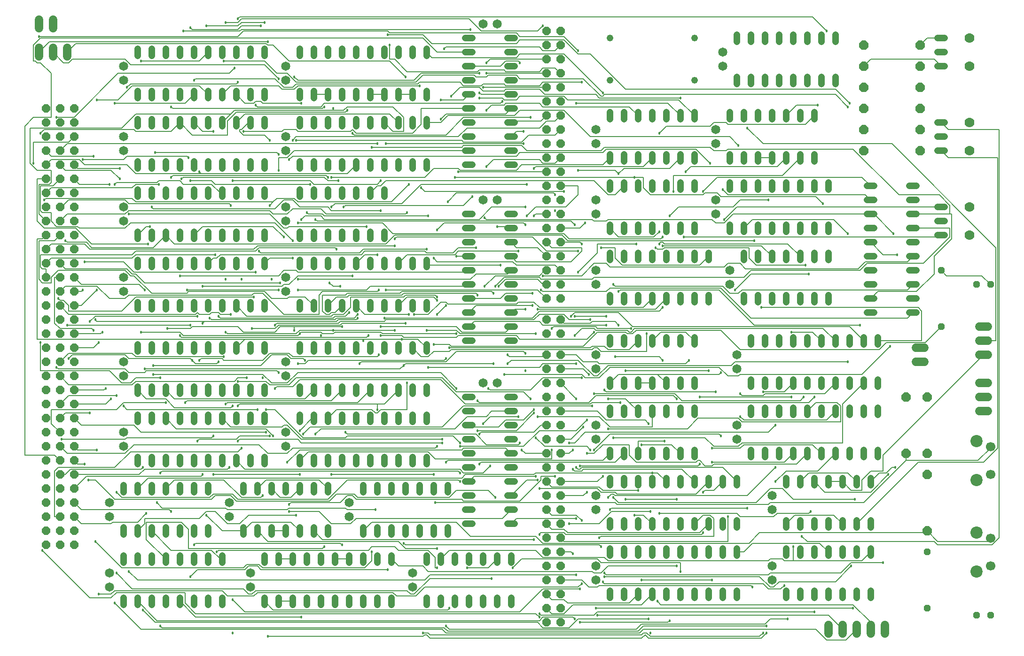
<source format=gbr>
G04 EAGLE Gerber RS-274X export*
G75*
%MOMM*%
%FSLAX34Y34*%
%LPD*%
%INBottom Copper*%
%IPPOS*%
%AMOC8*
5,1,8,0,0,1.08239X$1,22.5*%
G01*
%ADD10C,1.219200*%
%ADD11C,1.219200*%
%ADD12P,1.814519X8X22.500000*%
%ADD13P,1.814519X8X202.500000*%
%ADD14C,1.778000*%
%ADD15C,1.651000*%
%ADD16C,1.524000*%
%ADD17P,1.814519X8X292.500000*%
%ADD18C,2.200000*%
%ADD19C,1.700000*%
%ADD20P,1.814519X8X112.500000*%
%ADD21P,1.319650X8X202.500000*%
%ADD22P,1.319650X8X292.500000*%
%ADD23P,1.649562X8X202.500000*%
%ADD24P,1.319650X8X112.500000*%
%ADD25P,1.649562X8X292.500000*%
%ADD26C,0.127000*%
%ADD27C,0.457200*%


D10*
X806704Y1092200D02*
X818896Y1092200D01*
X818896Y1066800D02*
X806704Y1066800D01*
X806704Y939800D02*
X818896Y939800D01*
X818896Y914400D02*
X806704Y914400D01*
X806704Y1041400D02*
X818896Y1041400D01*
X818896Y1016000D02*
X806704Y1016000D01*
X806704Y965200D02*
X818896Y965200D01*
X818896Y990600D02*
X806704Y990600D01*
X806704Y889000D02*
X818896Y889000D01*
X818896Y863600D02*
X806704Y863600D01*
X882904Y863600D02*
X895096Y863600D01*
X895096Y889000D02*
X882904Y889000D01*
X882904Y914400D02*
X895096Y914400D01*
X895096Y939800D02*
X882904Y939800D01*
X882904Y965200D02*
X895096Y965200D01*
X895096Y990600D02*
X882904Y990600D01*
X882904Y1016000D02*
X895096Y1016000D01*
X895096Y1041400D02*
X882904Y1041400D01*
X882904Y1066800D02*
X895096Y1066800D01*
X895096Y1092200D02*
X882904Y1092200D01*
X818896Y774700D02*
X806704Y774700D01*
X806704Y749300D02*
X818896Y749300D01*
X818896Y622300D02*
X806704Y622300D01*
X806704Y596900D02*
X818896Y596900D01*
X818896Y723900D02*
X806704Y723900D01*
X806704Y698500D02*
X818896Y698500D01*
X818896Y647700D02*
X806704Y647700D01*
X806704Y673100D02*
X818896Y673100D01*
X818896Y571500D02*
X806704Y571500D01*
X806704Y546100D02*
X818896Y546100D01*
X882904Y546100D02*
X895096Y546100D01*
X895096Y571500D02*
X882904Y571500D01*
X882904Y596900D02*
X895096Y596900D01*
X895096Y622300D02*
X882904Y622300D01*
X882904Y647700D02*
X895096Y647700D01*
X895096Y673100D02*
X882904Y673100D01*
X882904Y698500D02*
X895096Y698500D01*
X895096Y723900D02*
X882904Y723900D01*
X882904Y749300D02*
X895096Y749300D01*
X895096Y774700D02*
X882904Y774700D01*
X508000Y615696D02*
X508000Y603504D01*
X533400Y603504D02*
X533400Y615696D01*
X660400Y615696D02*
X660400Y603504D01*
X685800Y603504D02*
X685800Y615696D01*
X558800Y615696D02*
X558800Y603504D01*
X584200Y603504D02*
X584200Y615696D01*
X635000Y615696D02*
X635000Y603504D01*
X609600Y603504D02*
X609600Y615696D01*
X711200Y615696D02*
X711200Y603504D01*
X736600Y603504D02*
X736600Y615696D01*
X736600Y679704D02*
X736600Y691896D01*
X711200Y691896D02*
X711200Y679704D01*
X685800Y679704D02*
X685800Y691896D01*
X660400Y691896D02*
X660400Y679704D01*
X635000Y679704D02*
X635000Y691896D01*
X609600Y691896D02*
X609600Y679704D01*
X584200Y679704D02*
X584200Y691896D01*
X558800Y691896D02*
X558800Y679704D01*
X533400Y679704D02*
X533400Y691896D01*
X508000Y691896D02*
X508000Y679704D01*
X215900Y336296D02*
X215900Y324104D01*
X241300Y324104D02*
X241300Y336296D01*
X368300Y336296D02*
X368300Y324104D01*
X393700Y324104D02*
X393700Y336296D01*
X266700Y336296D02*
X266700Y324104D01*
X292100Y324104D02*
X292100Y336296D01*
X342900Y336296D02*
X342900Y324104D01*
X317500Y324104D02*
X317500Y336296D01*
X419100Y336296D02*
X419100Y324104D01*
X444500Y324104D02*
X444500Y336296D01*
X444500Y400304D02*
X444500Y412496D01*
X419100Y412496D02*
X419100Y400304D01*
X393700Y400304D02*
X393700Y412496D01*
X368300Y412496D02*
X368300Y400304D01*
X342900Y400304D02*
X342900Y412496D01*
X317500Y412496D02*
X317500Y400304D01*
X292100Y400304D02*
X292100Y412496D01*
X266700Y412496D02*
X266700Y400304D01*
X241300Y400304D02*
X241300Y412496D01*
X215900Y412496D02*
X215900Y400304D01*
X215900Y984504D02*
X215900Y996696D01*
X241300Y996696D02*
X241300Y984504D01*
X368300Y984504D02*
X368300Y996696D01*
X393700Y996696D02*
X393700Y984504D01*
X266700Y984504D02*
X266700Y996696D01*
X292100Y996696D02*
X292100Y984504D01*
X342900Y984504D02*
X342900Y996696D01*
X317500Y996696D02*
X317500Y984504D01*
X419100Y984504D02*
X419100Y996696D01*
X444500Y996696D02*
X444500Y984504D01*
X444500Y1060704D02*
X444500Y1072896D01*
X419100Y1072896D02*
X419100Y1060704D01*
X393700Y1060704D02*
X393700Y1072896D01*
X368300Y1072896D02*
X368300Y1060704D01*
X342900Y1060704D02*
X342900Y1072896D01*
X317500Y1072896D02*
X317500Y1060704D01*
X292100Y1060704D02*
X292100Y1072896D01*
X266700Y1072896D02*
X266700Y1060704D01*
X241300Y1060704D02*
X241300Y1072896D01*
X215900Y1072896D02*
X215900Y1060704D01*
X806704Y444500D02*
X818896Y444500D01*
X818896Y419100D02*
X806704Y419100D01*
X806704Y292100D02*
X818896Y292100D01*
X818896Y266700D02*
X806704Y266700D01*
X806704Y393700D02*
X818896Y393700D01*
X818896Y368300D02*
X806704Y368300D01*
X806704Y317500D02*
X818896Y317500D01*
X818896Y342900D02*
X806704Y342900D01*
X806704Y241300D02*
X818896Y241300D01*
X818896Y215900D02*
X806704Y215900D01*
X882904Y215900D02*
X895096Y215900D01*
X895096Y241300D02*
X882904Y241300D01*
X882904Y266700D02*
X895096Y266700D01*
X895096Y292100D02*
X882904Y292100D01*
X882904Y317500D02*
X895096Y317500D01*
X895096Y342900D02*
X882904Y342900D01*
X882904Y368300D02*
X895096Y368300D01*
X895096Y393700D02*
X882904Y393700D01*
X882904Y419100D02*
X895096Y419100D01*
X895096Y444500D02*
X882904Y444500D01*
X1066800Y221996D02*
X1066800Y209804D01*
X1092200Y209804D02*
X1092200Y221996D01*
X1219200Y221996D02*
X1219200Y209804D01*
X1244600Y209804D02*
X1244600Y221996D01*
X1117600Y221996D02*
X1117600Y209804D01*
X1143000Y209804D02*
X1143000Y221996D01*
X1193800Y221996D02*
X1193800Y209804D01*
X1168400Y209804D02*
X1168400Y221996D01*
X1270000Y221996D02*
X1270000Y209804D01*
X1295400Y209804D02*
X1295400Y221996D01*
X1295400Y286004D02*
X1295400Y298196D01*
X1270000Y298196D02*
X1270000Y286004D01*
X1244600Y286004D02*
X1244600Y298196D01*
X1219200Y298196D02*
X1219200Y286004D01*
X1193800Y286004D02*
X1193800Y298196D01*
X1168400Y298196D02*
X1168400Y286004D01*
X1143000Y286004D02*
X1143000Y298196D01*
X1117600Y298196D02*
X1117600Y286004D01*
X1092200Y286004D02*
X1092200Y298196D01*
X1066800Y298196D02*
X1066800Y286004D01*
X1066800Y94996D02*
X1066800Y82804D01*
X1092200Y82804D02*
X1092200Y94996D01*
X1219200Y94996D02*
X1219200Y82804D01*
X1244600Y82804D02*
X1244600Y94996D01*
X1117600Y94996D02*
X1117600Y82804D01*
X1143000Y82804D02*
X1143000Y94996D01*
X1193800Y94996D02*
X1193800Y82804D01*
X1168400Y82804D02*
X1168400Y94996D01*
X1270000Y94996D02*
X1270000Y82804D01*
X1295400Y82804D02*
X1295400Y94996D01*
X1295400Y159004D02*
X1295400Y171196D01*
X1270000Y171196D02*
X1270000Y159004D01*
X1244600Y159004D02*
X1244600Y171196D01*
X1219200Y171196D02*
X1219200Y159004D01*
X1193800Y159004D02*
X1193800Y171196D01*
X1168400Y171196D02*
X1168400Y159004D01*
X1143000Y159004D02*
X1143000Y171196D01*
X1117600Y171196D02*
X1117600Y159004D01*
X1092200Y159004D02*
X1092200Y171196D01*
X1066800Y171196D02*
X1066800Y159004D01*
X1295400Y1009904D02*
X1295400Y1022096D01*
X1320800Y1022096D02*
X1320800Y1009904D01*
X1447800Y1009904D02*
X1447800Y1022096D01*
X1473200Y1022096D02*
X1473200Y1009904D01*
X1346200Y1009904D02*
X1346200Y1022096D01*
X1371600Y1022096D02*
X1371600Y1009904D01*
X1422400Y1009904D02*
X1422400Y1022096D01*
X1397000Y1022096D02*
X1397000Y1009904D01*
X1473200Y1086104D02*
X1473200Y1098296D01*
X1447800Y1098296D02*
X1447800Y1086104D01*
X1422400Y1086104D02*
X1422400Y1098296D01*
X1397000Y1098296D02*
X1397000Y1086104D01*
X1371600Y1086104D02*
X1371600Y1098296D01*
X1346200Y1098296D02*
X1346200Y1086104D01*
X1320800Y1086104D02*
X1320800Y1098296D01*
X1295400Y1098296D02*
X1295400Y1086104D01*
X1282700Y755396D02*
X1282700Y743204D01*
X1308100Y743204D02*
X1308100Y755396D01*
X1435100Y755396D02*
X1435100Y743204D01*
X1460500Y743204D02*
X1460500Y755396D01*
X1333500Y755396D02*
X1333500Y743204D01*
X1358900Y743204D02*
X1358900Y755396D01*
X1409700Y755396D02*
X1409700Y743204D01*
X1384300Y743204D02*
X1384300Y755396D01*
X1460500Y819404D02*
X1460500Y831596D01*
X1435100Y831596D02*
X1435100Y819404D01*
X1409700Y819404D02*
X1409700Y831596D01*
X1384300Y831596D02*
X1384300Y819404D01*
X1358900Y819404D02*
X1358900Y831596D01*
X1333500Y831596D02*
X1333500Y819404D01*
X1308100Y819404D02*
X1308100Y831596D01*
X1282700Y831596D02*
X1282700Y819404D01*
X1320800Y475996D02*
X1320800Y463804D01*
X1346200Y463804D02*
X1346200Y475996D01*
X1473200Y475996D02*
X1473200Y463804D01*
X1498600Y463804D02*
X1498600Y475996D01*
X1371600Y475996D02*
X1371600Y463804D01*
X1397000Y463804D02*
X1397000Y475996D01*
X1447800Y475996D02*
X1447800Y463804D01*
X1422400Y463804D02*
X1422400Y475996D01*
X1524000Y475996D02*
X1524000Y463804D01*
X1549400Y463804D02*
X1549400Y475996D01*
X1549400Y540004D02*
X1549400Y552196D01*
X1524000Y552196D02*
X1524000Y540004D01*
X1498600Y540004D02*
X1498600Y552196D01*
X1473200Y552196D02*
X1473200Y540004D01*
X1447800Y540004D02*
X1447800Y552196D01*
X1422400Y552196D02*
X1422400Y540004D01*
X1397000Y540004D02*
X1397000Y552196D01*
X1371600Y552196D02*
X1371600Y540004D01*
X1346200Y540004D02*
X1346200Y552196D01*
X1320800Y552196D02*
X1320800Y540004D01*
X508000Y463296D02*
X508000Y451104D01*
X533400Y451104D02*
X533400Y463296D01*
X660400Y463296D02*
X660400Y451104D01*
X685800Y451104D02*
X685800Y463296D01*
X558800Y463296D02*
X558800Y451104D01*
X584200Y451104D02*
X584200Y463296D01*
X635000Y463296D02*
X635000Y451104D01*
X609600Y451104D02*
X609600Y463296D01*
X711200Y463296D02*
X711200Y451104D01*
X736600Y451104D02*
X736600Y463296D01*
X736600Y527304D02*
X736600Y539496D01*
X711200Y539496D02*
X711200Y527304D01*
X685800Y527304D02*
X685800Y539496D01*
X660400Y539496D02*
X660400Y527304D01*
X635000Y527304D02*
X635000Y539496D01*
X609600Y539496D02*
X609600Y527304D01*
X584200Y527304D02*
X584200Y539496D01*
X558800Y539496D02*
X558800Y527304D01*
X533400Y527304D02*
X533400Y539496D01*
X508000Y539496D02*
X508000Y527304D01*
X190500Y82296D02*
X190500Y70104D01*
X215900Y70104D02*
X215900Y82296D01*
X342900Y82296D02*
X342900Y70104D01*
X368300Y70104D02*
X368300Y82296D01*
X241300Y82296D02*
X241300Y70104D01*
X266700Y70104D02*
X266700Y82296D01*
X317500Y82296D02*
X317500Y70104D01*
X292100Y70104D02*
X292100Y82296D01*
X368300Y146304D02*
X368300Y158496D01*
X342900Y158496D02*
X342900Y146304D01*
X317500Y146304D02*
X317500Y158496D01*
X292100Y158496D02*
X292100Y146304D01*
X266700Y146304D02*
X266700Y158496D01*
X241300Y158496D02*
X241300Y146304D01*
X215900Y146304D02*
X215900Y158496D01*
X190500Y158496D02*
X190500Y146304D01*
X1066800Y616204D02*
X1066800Y628396D01*
X1092200Y628396D02*
X1092200Y616204D01*
X1219200Y616204D02*
X1219200Y628396D01*
X1244600Y628396D02*
X1244600Y616204D01*
X1117600Y616204D02*
X1117600Y628396D01*
X1143000Y628396D02*
X1143000Y616204D01*
X1193800Y616204D02*
X1193800Y628396D01*
X1168400Y628396D02*
X1168400Y616204D01*
X1244600Y692404D02*
X1244600Y704596D01*
X1219200Y704596D02*
X1219200Y692404D01*
X1193800Y692404D02*
X1193800Y704596D01*
X1168400Y704596D02*
X1168400Y692404D01*
X1143000Y692404D02*
X1143000Y704596D01*
X1117600Y704596D02*
X1117600Y692404D01*
X1092200Y692404D02*
X1092200Y704596D01*
X1066800Y704596D02*
X1066800Y692404D01*
X508000Y336296D02*
X508000Y324104D01*
X533400Y324104D02*
X533400Y336296D01*
X660400Y336296D02*
X660400Y324104D01*
X685800Y324104D02*
X685800Y336296D01*
X558800Y336296D02*
X558800Y324104D01*
X584200Y324104D02*
X584200Y336296D01*
X635000Y336296D02*
X635000Y324104D01*
X609600Y324104D02*
X609600Y336296D01*
X711200Y336296D02*
X711200Y324104D01*
X736600Y324104D02*
X736600Y336296D01*
X736600Y400304D02*
X736600Y412496D01*
X711200Y412496D02*
X711200Y400304D01*
X685800Y400304D02*
X685800Y412496D01*
X660400Y412496D02*
X660400Y400304D01*
X635000Y400304D02*
X635000Y412496D01*
X609600Y412496D02*
X609600Y400304D01*
X584200Y400304D02*
X584200Y412496D01*
X558800Y412496D02*
X558800Y400304D01*
X533400Y400304D02*
X533400Y412496D01*
X508000Y412496D02*
X508000Y400304D01*
X1066800Y870204D02*
X1066800Y882396D01*
X1092200Y882396D02*
X1092200Y870204D01*
X1219200Y870204D02*
X1219200Y882396D01*
X1219200Y946404D02*
X1219200Y958596D01*
X1117600Y882396D02*
X1117600Y870204D01*
X1143000Y870204D02*
X1143000Y882396D01*
X1193800Y882396D02*
X1193800Y870204D01*
X1168400Y870204D02*
X1168400Y882396D01*
X1193800Y946404D02*
X1193800Y958596D01*
X1168400Y958596D02*
X1168400Y946404D01*
X1143000Y946404D02*
X1143000Y958596D01*
X1117600Y958596D02*
X1117600Y946404D01*
X1092200Y946404D02*
X1092200Y958596D01*
X1066800Y958596D02*
X1066800Y946404D01*
X406400Y209296D02*
X406400Y197104D01*
X431800Y197104D02*
X431800Y209296D01*
X558800Y209296D02*
X558800Y197104D01*
X558800Y273304D02*
X558800Y285496D01*
X457200Y209296D02*
X457200Y197104D01*
X482600Y197104D02*
X482600Y209296D01*
X533400Y209296D02*
X533400Y197104D01*
X508000Y197104D02*
X508000Y209296D01*
X533400Y273304D02*
X533400Y285496D01*
X508000Y285496D02*
X508000Y273304D01*
X482600Y273304D02*
X482600Y285496D01*
X457200Y285496D02*
X457200Y273304D01*
X431800Y273304D02*
X431800Y285496D01*
X406400Y285496D02*
X406400Y273304D01*
X508000Y730504D02*
X508000Y742696D01*
X533400Y742696D02*
X533400Y730504D01*
X660400Y730504D02*
X660400Y742696D01*
X660400Y806704D02*
X660400Y818896D01*
X558800Y742696D02*
X558800Y730504D01*
X584200Y730504D02*
X584200Y742696D01*
X635000Y742696D02*
X635000Y730504D01*
X609600Y730504D02*
X609600Y742696D01*
X635000Y806704D02*
X635000Y818896D01*
X609600Y818896D02*
X609600Y806704D01*
X584200Y806704D02*
X584200Y818896D01*
X558800Y818896D02*
X558800Y806704D01*
X533400Y806704D02*
X533400Y818896D01*
X508000Y818896D02*
X508000Y806704D01*
D11*
X1066800Y1016000D03*
X1219200Y1016000D03*
X1219200Y1092200D03*
X1066800Y1092200D03*
D10*
X1320800Y348996D02*
X1320800Y336804D01*
X1346200Y336804D02*
X1346200Y348996D01*
X1473200Y348996D02*
X1473200Y336804D01*
X1498600Y336804D02*
X1498600Y348996D01*
X1371600Y348996D02*
X1371600Y336804D01*
X1397000Y336804D02*
X1397000Y348996D01*
X1447800Y348996D02*
X1447800Y336804D01*
X1422400Y336804D02*
X1422400Y348996D01*
X1524000Y348996D02*
X1524000Y336804D01*
X1549400Y336804D02*
X1549400Y348996D01*
X1549400Y413004D02*
X1549400Y425196D01*
X1524000Y425196D02*
X1524000Y413004D01*
X1498600Y413004D02*
X1498600Y425196D01*
X1473200Y425196D02*
X1473200Y413004D01*
X1447800Y413004D02*
X1447800Y425196D01*
X1422400Y425196D02*
X1422400Y413004D01*
X1397000Y413004D02*
X1397000Y425196D01*
X1371600Y425196D02*
X1371600Y413004D01*
X1346200Y413004D02*
X1346200Y425196D01*
X1320800Y425196D02*
X1320800Y413004D01*
X1066800Y743204D02*
X1066800Y755396D01*
X1092200Y755396D02*
X1092200Y743204D01*
X1219200Y743204D02*
X1219200Y755396D01*
X1219200Y819404D02*
X1219200Y831596D01*
X1117600Y755396D02*
X1117600Y743204D01*
X1143000Y743204D02*
X1143000Y755396D01*
X1193800Y755396D02*
X1193800Y743204D01*
X1168400Y743204D02*
X1168400Y755396D01*
X1193800Y819404D02*
X1193800Y831596D01*
X1168400Y831596D02*
X1168400Y819404D01*
X1143000Y819404D02*
X1143000Y831596D01*
X1117600Y831596D02*
X1117600Y819404D01*
X1092200Y819404D02*
X1092200Y831596D01*
X1066800Y831596D02*
X1066800Y819404D01*
X1282700Y870204D02*
X1282700Y882396D01*
X1308100Y882396D02*
X1308100Y870204D01*
X1435100Y870204D02*
X1435100Y882396D01*
X1435100Y946404D02*
X1435100Y958596D01*
X1333500Y882396D02*
X1333500Y870204D01*
X1358900Y870204D02*
X1358900Y882396D01*
X1409700Y882396D02*
X1409700Y870204D01*
X1384300Y870204D02*
X1384300Y882396D01*
X1409700Y946404D02*
X1409700Y958596D01*
X1384300Y958596D02*
X1384300Y946404D01*
X1358900Y946404D02*
X1358900Y958596D01*
X1333500Y958596D02*
X1333500Y946404D01*
X1308100Y946404D02*
X1308100Y958596D01*
X1282700Y958596D02*
X1282700Y946404D01*
D12*
X1524000Y927100D03*
X1625600Y927100D03*
D13*
X1625600Y889000D03*
X1524000Y889000D03*
D10*
X190500Y209296D02*
X190500Y197104D01*
X215900Y197104D02*
X215900Y209296D01*
X342900Y209296D02*
X342900Y197104D01*
X342900Y273304D02*
X342900Y285496D01*
X241300Y209296D02*
X241300Y197104D01*
X266700Y197104D02*
X266700Y209296D01*
X317500Y209296D02*
X317500Y197104D01*
X292100Y197104D02*
X292100Y209296D01*
X317500Y273304D02*
X317500Y285496D01*
X292100Y285496D02*
X292100Y273304D01*
X266700Y273304D02*
X266700Y285496D01*
X241300Y285496D02*
X241300Y273304D01*
X215900Y273304D02*
X215900Y285496D01*
X190500Y285496D02*
X190500Y273304D01*
X1384300Y221996D02*
X1384300Y209804D01*
X1409700Y209804D02*
X1409700Y221996D01*
X1536700Y221996D02*
X1536700Y209804D01*
X1536700Y286004D02*
X1536700Y298196D01*
X1435100Y221996D02*
X1435100Y209804D01*
X1460500Y209804D02*
X1460500Y221996D01*
X1511300Y221996D02*
X1511300Y209804D01*
X1485900Y209804D02*
X1485900Y221996D01*
X1511300Y286004D02*
X1511300Y298196D01*
X1485900Y298196D02*
X1485900Y286004D01*
X1460500Y286004D02*
X1460500Y298196D01*
X1435100Y298196D02*
X1435100Y286004D01*
X1409700Y286004D02*
X1409700Y298196D01*
X1384300Y298196D02*
X1384300Y286004D01*
D12*
X1524000Y1079500D03*
X1625600Y1079500D03*
X1524000Y1041400D03*
X1625600Y1041400D03*
D10*
X1657604Y1092200D02*
X1669796Y1092200D01*
X1669796Y1066800D02*
X1657604Y1066800D01*
X1657604Y1041400D02*
X1669796Y1041400D01*
D14*
X1714500Y1092200D03*
X1714500Y1041400D03*
D12*
X1524000Y1003300D03*
X1625600Y1003300D03*
D13*
X1625600Y965200D03*
X1524000Y965200D03*
D10*
X1657604Y939800D02*
X1669796Y939800D01*
X1669796Y914400D02*
X1657604Y914400D01*
X1657604Y889000D02*
X1669796Y889000D01*
D14*
X1714500Y939800D03*
X1714500Y889000D03*
D10*
X736600Y82296D02*
X736600Y70104D01*
X762000Y70104D02*
X762000Y82296D01*
X889000Y82296D02*
X889000Y70104D01*
X889000Y146304D02*
X889000Y158496D01*
X787400Y82296D02*
X787400Y70104D01*
X812800Y70104D02*
X812800Y82296D01*
X863600Y82296D02*
X863600Y70104D01*
X838200Y70104D02*
X838200Y82296D01*
X863600Y146304D02*
X863600Y158496D01*
X838200Y158496D02*
X838200Y146304D01*
X812800Y146304D02*
X812800Y158496D01*
X787400Y158496D02*
X787400Y146304D01*
X762000Y146304D02*
X762000Y158496D01*
X736600Y158496D02*
X736600Y146304D01*
X1066800Y463804D02*
X1066800Y475996D01*
X1092200Y475996D02*
X1092200Y463804D01*
X1219200Y463804D02*
X1219200Y475996D01*
X1219200Y540004D02*
X1219200Y552196D01*
X1117600Y475996D02*
X1117600Y463804D01*
X1143000Y463804D02*
X1143000Y475996D01*
X1193800Y475996D02*
X1193800Y463804D01*
X1168400Y463804D02*
X1168400Y475996D01*
X1193800Y540004D02*
X1193800Y552196D01*
X1168400Y552196D02*
X1168400Y540004D01*
X1143000Y540004D02*
X1143000Y552196D01*
X1117600Y552196D02*
X1117600Y540004D01*
X1092200Y540004D02*
X1092200Y552196D01*
X1066800Y552196D02*
X1066800Y540004D01*
X508000Y984504D02*
X508000Y996696D01*
X533400Y996696D02*
X533400Y984504D01*
X660400Y984504D02*
X660400Y996696D01*
X685800Y996696D02*
X685800Y984504D01*
X558800Y984504D02*
X558800Y996696D01*
X584200Y996696D02*
X584200Y984504D01*
X635000Y984504D02*
X635000Y996696D01*
X609600Y996696D02*
X609600Y984504D01*
X711200Y984504D02*
X711200Y996696D01*
X736600Y996696D02*
X736600Y984504D01*
X736600Y1060704D02*
X736600Y1072896D01*
X711200Y1072896D02*
X711200Y1060704D01*
X685800Y1060704D02*
X685800Y1072896D01*
X660400Y1072896D02*
X660400Y1060704D01*
X635000Y1060704D02*
X635000Y1072896D01*
X609600Y1072896D02*
X609600Y1060704D01*
X584200Y1060704D02*
X584200Y1072896D01*
X558800Y1072896D02*
X558800Y1060704D01*
X533400Y1060704D02*
X533400Y1072896D01*
X508000Y1072896D02*
X508000Y1060704D01*
X508000Y869696D02*
X508000Y857504D01*
X533400Y857504D02*
X533400Y869696D01*
X660400Y869696D02*
X660400Y857504D01*
X685800Y857504D02*
X685800Y869696D01*
X558800Y869696D02*
X558800Y857504D01*
X584200Y857504D02*
X584200Y869696D01*
X635000Y869696D02*
X635000Y857504D01*
X609600Y857504D02*
X609600Y869696D01*
X711200Y869696D02*
X711200Y857504D01*
X736600Y857504D02*
X736600Y869696D01*
X736600Y933704D02*
X736600Y945896D01*
X711200Y945896D02*
X711200Y933704D01*
X685800Y933704D02*
X685800Y945896D01*
X660400Y945896D02*
X660400Y933704D01*
X635000Y933704D02*
X635000Y945896D01*
X609600Y945896D02*
X609600Y933704D01*
X584200Y933704D02*
X584200Y945896D01*
X558800Y945896D02*
X558800Y933704D01*
X533400Y933704D02*
X533400Y945896D01*
X508000Y945896D02*
X508000Y933704D01*
X1066800Y348996D02*
X1066800Y336804D01*
X1092200Y336804D02*
X1092200Y348996D01*
X1219200Y348996D02*
X1219200Y336804D01*
X1219200Y413004D02*
X1219200Y425196D01*
X1117600Y348996D02*
X1117600Y336804D01*
X1143000Y336804D02*
X1143000Y348996D01*
X1193800Y348996D02*
X1193800Y336804D01*
X1168400Y336804D02*
X1168400Y348996D01*
X1193800Y413004D02*
X1193800Y425196D01*
X1168400Y425196D02*
X1168400Y413004D01*
X1143000Y413004D02*
X1143000Y425196D01*
X1117600Y425196D02*
X1117600Y413004D01*
X1092200Y413004D02*
X1092200Y425196D01*
X1066800Y425196D02*
X1066800Y413004D01*
X1308100Y616204D02*
X1308100Y628396D01*
X1333500Y628396D02*
X1333500Y616204D01*
X1460500Y616204D02*
X1460500Y628396D01*
X1460500Y692404D02*
X1460500Y704596D01*
X1358900Y628396D02*
X1358900Y616204D01*
X1384300Y616204D02*
X1384300Y628396D01*
X1435100Y628396D02*
X1435100Y616204D01*
X1409700Y616204D02*
X1409700Y628396D01*
X1435100Y692404D02*
X1435100Y704596D01*
X1409700Y704596D02*
X1409700Y692404D01*
X1384300Y692404D02*
X1384300Y704596D01*
X1358900Y704596D02*
X1358900Y692404D01*
X1333500Y692404D02*
X1333500Y704596D01*
X1308100Y704596D02*
X1308100Y692404D01*
X215900Y857504D02*
X215900Y869696D01*
X241300Y869696D02*
X241300Y857504D01*
X368300Y857504D02*
X368300Y869696D01*
X393700Y869696D02*
X393700Y857504D01*
X266700Y857504D02*
X266700Y869696D01*
X292100Y869696D02*
X292100Y857504D01*
X342900Y857504D02*
X342900Y869696D01*
X317500Y869696D02*
X317500Y857504D01*
X419100Y857504D02*
X419100Y869696D01*
X444500Y869696D02*
X444500Y857504D01*
X444500Y933704D02*
X444500Y945896D01*
X419100Y945896D02*
X419100Y933704D01*
X393700Y933704D02*
X393700Y945896D01*
X368300Y945896D02*
X368300Y933704D01*
X342900Y933704D02*
X342900Y945896D01*
X317500Y945896D02*
X317500Y933704D01*
X292100Y933704D02*
X292100Y945896D01*
X266700Y945896D02*
X266700Y933704D01*
X241300Y933704D02*
X241300Y945896D01*
X215900Y945896D02*
X215900Y933704D01*
X215900Y742696D02*
X215900Y730504D01*
X241300Y730504D02*
X241300Y742696D01*
X368300Y742696D02*
X368300Y730504D01*
X393700Y730504D02*
X393700Y742696D01*
X266700Y742696D02*
X266700Y730504D01*
X292100Y730504D02*
X292100Y742696D01*
X342900Y742696D02*
X342900Y730504D01*
X317500Y730504D02*
X317500Y742696D01*
X419100Y742696D02*
X419100Y730504D01*
X444500Y730504D02*
X444500Y742696D01*
X444500Y806704D02*
X444500Y818896D01*
X419100Y818896D02*
X419100Y806704D01*
X393700Y806704D02*
X393700Y818896D01*
X368300Y818896D02*
X368300Y806704D01*
X342900Y806704D02*
X342900Y818896D01*
X317500Y818896D02*
X317500Y806704D01*
X292100Y806704D02*
X292100Y818896D01*
X266700Y818896D02*
X266700Y806704D01*
X241300Y806704D02*
X241300Y818896D01*
X215900Y818896D02*
X215900Y806704D01*
X215900Y615696D02*
X215900Y603504D01*
X241300Y603504D02*
X241300Y615696D01*
X368300Y615696D02*
X368300Y603504D01*
X393700Y603504D02*
X393700Y615696D01*
X266700Y615696D02*
X266700Y603504D01*
X292100Y603504D02*
X292100Y615696D01*
X342900Y615696D02*
X342900Y603504D01*
X317500Y603504D02*
X317500Y615696D01*
X419100Y615696D02*
X419100Y603504D01*
X444500Y603504D02*
X444500Y615696D01*
X444500Y679704D02*
X444500Y691896D01*
X419100Y691896D02*
X419100Y679704D01*
X393700Y679704D02*
X393700Y691896D01*
X368300Y691896D02*
X368300Y679704D01*
X342900Y679704D02*
X342900Y691896D01*
X317500Y691896D02*
X317500Y679704D01*
X292100Y679704D02*
X292100Y691896D01*
X266700Y691896D02*
X266700Y679704D01*
X241300Y679704D02*
X241300Y691896D01*
X215900Y691896D02*
X215900Y679704D01*
D15*
X1041400Y139700D03*
X1041400Y114300D03*
X1041400Y266700D03*
X1041400Y241300D03*
X1041400Y393700D03*
X1041400Y368300D03*
X419100Y127000D03*
X419100Y101600D03*
X1282700Y673100D03*
X1282700Y647700D03*
X1295400Y520700D03*
X1295400Y495300D03*
X1041400Y673100D03*
X1041400Y647700D03*
X1041400Y800100D03*
X1041400Y774700D03*
X838200Y469900D03*
X863600Y469900D03*
X482600Y381000D03*
X482600Y355600D03*
X863600Y1117600D03*
X838200Y1117600D03*
X381000Y254000D03*
X381000Y228600D03*
X838200Y800100D03*
X863600Y800100D03*
X711200Y101600D03*
X711200Y127000D03*
X482600Y508000D03*
X482600Y482600D03*
X482600Y660400D03*
X482600Y635000D03*
X482600Y787400D03*
X482600Y762000D03*
X482600Y914400D03*
X482600Y889000D03*
X190500Y1041400D03*
X190500Y1016000D03*
X482600Y1041400D03*
X482600Y1016000D03*
X190500Y914400D03*
X190500Y889000D03*
X190500Y787400D03*
X190500Y762000D03*
X190500Y660400D03*
X190500Y635000D03*
X190500Y508000D03*
X190500Y482600D03*
D10*
X215900Y463296D02*
X215900Y451104D01*
X241300Y451104D02*
X241300Y463296D01*
X368300Y463296D02*
X368300Y451104D01*
X393700Y451104D02*
X393700Y463296D01*
X266700Y463296D02*
X266700Y451104D01*
X292100Y451104D02*
X292100Y463296D01*
X342900Y463296D02*
X342900Y451104D01*
X317500Y451104D02*
X317500Y463296D01*
X419100Y463296D02*
X419100Y451104D01*
X444500Y451104D02*
X444500Y463296D01*
X444500Y527304D02*
X444500Y539496D01*
X419100Y539496D02*
X419100Y527304D01*
X393700Y527304D02*
X393700Y539496D01*
X368300Y539496D02*
X368300Y527304D01*
X342900Y527304D02*
X342900Y539496D01*
X317500Y539496D02*
X317500Y527304D01*
X292100Y527304D02*
X292100Y539496D01*
X266700Y539496D02*
X266700Y527304D01*
X241300Y527304D02*
X241300Y539496D01*
X215900Y539496D02*
X215900Y527304D01*
X444500Y82296D02*
X444500Y70104D01*
X469900Y70104D02*
X469900Y82296D01*
X596900Y82296D02*
X596900Y70104D01*
X622300Y70104D02*
X622300Y82296D01*
X495300Y82296D02*
X495300Y70104D01*
X520700Y70104D02*
X520700Y82296D01*
X571500Y82296D02*
X571500Y70104D01*
X546100Y70104D02*
X546100Y82296D01*
X647700Y82296D02*
X647700Y70104D01*
X673100Y70104D02*
X673100Y82296D01*
X673100Y146304D02*
X673100Y158496D01*
X647700Y158496D02*
X647700Y146304D01*
X622300Y146304D02*
X622300Y158496D01*
X596900Y158496D02*
X596900Y146304D01*
X571500Y146304D02*
X571500Y158496D01*
X546100Y158496D02*
X546100Y146304D01*
X520700Y146304D02*
X520700Y158496D01*
X495300Y158496D02*
X495300Y146304D01*
X469900Y146304D02*
X469900Y158496D01*
X444500Y158496D02*
X444500Y146304D01*
D15*
X1295400Y393700D03*
X1295400Y368300D03*
X1041400Y520700D03*
X1041400Y495300D03*
X190500Y381000D03*
X190500Y355600D03*
X165100Y254000D03*
X165100Y228600D03*
X165100Y127000D03*
X165100Y101600D03*
X1358900Y266700D03*
X1358900Y241300D03*
X1041400Y927100D03*
X1041400Y901700D03*
X1257300Y927100D03*
X1257300Y901700D03*
X1257300Y800100D03*
X1257300Y774700D03*
X1270000Y1066800D03*
X1270000Y1041400D03*
D10*
X1657604Y787400D02*
X1669796Y787400D01*
X1669796Y762000D02*
X1657604Y762000D01*
X1657604Y736600D02*
X1669796Y736600D01*
D14*
X1714500Y787400D03*
X1714500Y736600D03*
D10*
X1384300Y94996D02*
X1384300Y82804D01*
X1409700Y82804D02*
X1409700Y94996D01*
X1536700Y94996D02*
X1536700Y82804D01*
X1536700Y159004D02*
X1536700Y171196D01*
X1435100Y94996D02*
X1435100Y82804D01*
X1460500Y82804D02*
X1460500Y94996D01*
X1511300Y94996D02*
X1511300Y82804D01*
X1485900Y82804D02*
X1485900Y94996D01*
X1511300Y159004D02*
X1511300Y171196D01*
X1485900Y171196D02*
X1485900Y159004D01*
X1460500Y159004D02*
X1460500Y171196D01*
X1435100Y171196D02*
X1435100Y159004D01*
X1409700Y159004D02*
X1409700Y171196D01*
X1384300Y171196D02*
X1384300Y159004D01*
D16*
X1460500Y33020D02*
X1460500Y17780D01*
X1485900Y17780D02*
X1485900Y33020D01*
X1511300Y33020D02*
X1511300Y17780D01*
X1536700Y17780D02*
X1536700Y33020D01*
X1562100Y33020D02*
X1562100Y17780D01*
D15*
X1358900Y139700D03*
X1358900Y114300D03*
D17*
X1638300Y444500D03*
X1638300Y342900D03*
D10*
X622300Y209296D02*
X622300Y197104D01*
X647700Y197104D02*
X647700Y209296D01*
X774700Y209296D02*
X774700Y197104D01*
X774700Y273304D02*
X774700Y285496D01*
X673100Y209296D02*
X673100Y197104D01*
X698500Y197104D02*
X698500Y209296D01*
X749300Y209296D02*
X749300Y197104D01*
X723900Y197104D02*
X723900Y209296D01*
X749300Y273304D02*
X749300Y285496D01*
X723900Y285496D02*
X723900Y273304D01*
X698500Y273304D02*
X698500Y285496D01*
X673100Y285496D02*
X673100Y273304D01*
X647700Y273304D02*
X647700Y285496D01*
X622300Y285496D02*
X622300Y273304D01*
D18*
X1727600Y295200D03*
X1727600Y365200D03*
D19*
X1752600Y305200D03*
X1752600Y355200D03*
D20*
X1600200Y342900D03*
X1600200Y444500D03*
D18*
X1727600Y130100D03*
X1727600Y200100D03*
D19*
X1752600Y140100D03*
X1752600Y190100D03*
D20*
X1638300Y203200D03*
X1638300Y304800D03*
D21*
X1752600Y647700D03*
X1727200Y647700D03*
D22*
X1663700Y673100D03*
X1663700Y571500D03*
D15*
X596900Y228600D03*
X596900Y254000D03*
D23*
X50800Y177800D03*
X50800Y203200D03*
X50800Y228600D03*
X50800Y254000D03*
X50800Y279400D03*
X50800Y304800D03*
X50800Y330200D03*
X50800Y355600D03*
X50800Y381000D03*
X50800Y406400D03*
X50800Y431800D03*
X50800Y457200D03*
X50800Y482600D03*
X50800Y508000D03*
X50800Y533400D03*
X50800Y558800D03*
X76200Y177800D03*
X76200Y203200D03*
X76200Y228600D03*
X76200Y254000D03*
X76200Y279400D03*
X76200Y304800D03*
X76200Y330200D03*
X76200Y355600D03*
X76200Y381000D03*
X76200Y406400D03*
X76200Y431800D03*
X76200Y457200D03*
X76200Y482600D03*
X76200Y508000D03*
X76200Y533400D03*
X76200Y558800D03*
X101600Y177800D03*
X101600Y203200D03*
X101600Y228600D03*
X101600Y254000D03*
X101600Y279400D03*
X101600Y304800D03*
X101600Y330200D03*
X101600Y355600D03*
X101600Y381000D03*
X101600Y406400D03*
X101600Y431800D03*
X101600Y457200D03*
X101600Y482600D03*
X101600Y508000D03*
X101600Y533400D03*
X101600Y558800D03*
X50800Y584200D03*
X50800Y609600D03*
X50800Y635000D03*
X50800Y660400D03*
X50800Y685800D03*
X50800Y711200D03*
X50800Y736600D03*
X50800Y762000D03*
X50800Y787400D03*
X50800Y812800D03*
X50800Y838200D03*
X50800Y863600D03*
X50800Y889000D03*
X50800Y914400D03*
X50800Y939800D03*
X50800Y965200D03*
X76200Y584200D03*
X76200Y609600D03*
X76200Y635000D03*
X76200Y660400D03*
X76200Y685800D03*
X76200Y711200D03*
X76200Y736600D03*
X76200Y762000D03*
X76200Y787400D03*
X76200Y812800D03*
X76200Y838200D03*
X76200Y863600D03*
X76200Y889000D03*
X76200Y914400D03*
X76200Y939800D03*
X76200Y965200D03*
X101600Y584200D03*
X101600Y609600D03*
X101600Y635000D03*
X101600Y660400D03*
X101600Y685800D03*
X101600Y711200D03*
X101600Y736600D03*
X101600Y762000D03*
X101600Y787400D03*
X101600Y812800D03*
X101600Y838200D03*
X101600Y863600D03*
X101600Y889000D03*
X101600Y914400D03*
X101600Y939800D03*
X101600Y965200D03*
D21*
X1752600Y50800D03*
X1727200Y50800D03*
D24*
X1638300Y63500D03*
X1638300Y165100D03*
D25*
X952500Y1104900D03*
X952500Y1079500D03*
X952500Y1054100D03*
X952500Y1028700D03*
X952500Y1003300D03*
X952500Y977900D03*
X977900Y1104900D03*
X977900Y1079500D03*
X977900Y1054100D03*
X977900Y1028700D03*
X977900Y1003300D03*
X977900Y977900D03*
X952500Y952500D03*
X977900Y952500D03*
X952500Y927100D03*
X952500Y901700D03*
X952500Y876300D03*
X952500Y850900D03*
X952500Y825500D03*
X952500Y800100D03*
X977900Y927100D03*
X977900Y901700D03*
X977900Y876300D03*
X977900Y850900D03*
X977900Y825500D03*
X977900Y800100D03*
X952500Y774700D03*
X977900Y774700D03*
X952500Y749300D03*
X952500Y723900D03*
X952500Y698500D03*
X952500Y673100D03*
X952500Y647700D03*
X952500Y622300D03*
X977900Y749300D03*
X977900Y723900D03*
X977900Y698500D03*
X977900Y673100D03*
X977900Y647700D03*
X977900Y622300D03*
X952500Y520700D03*
X952500Y495300D03*
X952500Y469900D03*
X952500Y444500D03*
X952500Y419100D03*
X952500Y393700D03*
X977900Y520700D03*
X977900Y495300D03*
X977900Y469900D03*
X977900Y444500D03*
X977900Y419100D03*
X977900Y393700D03*
X952500Y368300D03*
X977900Y368300D03*
X952500Y342900D03*
X952500Y317500D03*
X952500Y292100D03*
X952500Y266700D03*
X952500Y241300D03*
X952500Y215900D03*
X977900Y342900D03*
X977900Y317500D03*
X977900Y292100D03*
X977900Y266700D03*
X977900Y241300D03*
X977900Y215900D03*
X952500Y190500D03*
X977900Y190500D03*
X952500Y165100D03*
X952500Y139700D03*
X952500Y114300D03*
X952500Y88900D03*
X952500Y63500D03*
X952500Y38100D03*
X977900Y165100D03*
X977900Y139700D03*
X977900Y114300D03*
X977900Y88900D03*
X977900Y63500D03*
X977900Y38100D03*
X952500Y584200D03*
X977900Y584200D03*
X952500Y558800D03*
X977900Y558800D03*
D10*
X1530604Y825500D02*
X1542796Y825500D01*
X1542796Y800100D02*
X1530604Y800100D01*
X1530604Y673100D02*
X1542796Y673100D01*
X1542796Y647700D02*
X1530604Y647700D01*
X1530604Y774700D02*
X1542796Y774700D01*
X1542796Y749300D02*
X1530604Y749300D01*
X1530604Y698500D02*
X1542796Y698500D01*
X1542796Y723900D02*
X1530604Y723900D01*
X1530604Y622300D02*
X1542796Y622300D01*
X1542796Y596900D02*
X1530604Y596900D01*
X1606804Y596900D02*
X1618996Y596900D01*
X1618996Y622300D02*
X1606804Y622300D01*
X1606804Y647700D02*
X1618996Y647700D01*
X1618996Y673100D02*
X1606804Y673100D01*
X1606804Y698500D02*
X1618996Y698500D01*
X1618996Y723900D02*
X1606804Y723900D01*
X1606804Y749300D02*
X1618996Y749300D01*
X1618996Y774700D02*
X1606804Y774700D01*
X1606804Y800100D02*
X1618996Y800100D01*
X1618996Y825500D02*
X1606804Y825500D01*
D16*
X88900Y1059180D02*
X88900Y1074420D01*
X63500Y1074420D02*
X63500Y1059180D01*
X38100Y1059180D02*
X38100Y1074420D01*
X1732280Y520700D02*
X1747520Y520700D01*
X1747520Y546100D02*
X1732280Y546100D01*
X1732280Y571500D02*
X1747520Y571500D01*
X1747520Y469900D02*
X1732280Y469900D01*
X1732280Y444500D02*
X1747520Y444500D01*
X1747520Y419100D02*
X1732280Y419100D01*
X1633220Y508000D02*
X1617980Y508000D01*
X1617980Y533400D02*
X1633220Y533400D01*
X63500Y1109980D02*
X63500Y1125220D01*
X38100Y1125220D02*
X38100Y1109980D01*
D26*
X1409700Y438150D02*
X1416050Y444500D01*
X1409700Y438150D02*
X1196975Y438150D01*
X1184275Y450850D01*
X1038225Y450850D01*
X1019175Y390525D02*
X996950Y368300D01*
X977900Y368300D01*
D27*
X1416050Y444500D03*
X1038225Y450850D03*
X1019175Y390525D03*
D26*
X1498600Y571500D02*
X1524000Y546100D01*
X1498600Y571500D02*
X1108075Y571500D01*
X1082675Y596900D01*
X1003300Y596900D01*
X996950Y590550D01*
D27*
X996950Y590550D03*
D26*
X1454150Y450850D02*
X1473200Y469900D01*
X1454150Y450850D02*
X1346200Y450850D01*
X1343025Y447675D01*
X1304925Y447675D01*
X1301750Y450850D01*
X1263650Y377825D02*
X1266825Y374650D01*
X1263650Y377825D02*
X1066800Y377825D01*
X1038225Y349250D01*
X1025525Y273050D02*
X1019175Y266700D01*
X977900Y266700D01*
D27*
X1301750Y450850D03*
X1266825Y374650D03*
X1038225Y349250D03*
X1025525Y273050D03*
D26*
X1422400Y419100D02*
X1438275Y434975D01*
X1476375Y434975D01*
X1482725Y428625D01*
X1482725Y400050D01*
X1304925Y400050D01*
X1298575Y406400D01*
X1225550Y406400D01*
X1206500Y387350D01*
X1063625Y387350D01*
D27*
X1063625Y387350D03*
D26*
X1041400Y63500D02*
X1504950Y63500D01*
X1000125Y161925D02*
X996950Y165100D01*
X977900Y165100D01*
D27*
X1504950Y63500D03*
X1041400Y63500D03*
X1000125Y161925D03*
D26*
X1441450Y311150D02*
X1473200Y342900D01*
X1441450Y311150D02*
X1384300Y311150D01*
X1365250Y292100D01*
X1320800Y104775D02*
X1323975Y101600D01*
X1320800Y104775D02*
X1047750Y104775D01*
X1044575Y101600D01*
X1028700Y101600D01*
X1016000Y114300D01*
X977900Y114300D01*
D27*
X1365250Y292100D03*
X1323975Y101600D03*
D26*
X1314450Y266700D02*
X1365250Y317500D01*
X1314450Y266700D02*
X1076325Y266700D01*
X1073150Y269875D01*
X1069975Y269875D01*
X1063625Y263525D01*
D27*
X1365250Y317500D03*
X1063625Y263525D03*
D26*
X1450975Y568325D02*
X1473200Y546100D01*
X1450975Y568325D02*
X1111250Y568325D01*
X1104900Y561975D01*
X1101725Y561975D01*
X1098550Y565150D01*
X1041400Y565150D01*
X1038225Y568325D01*
X1016000Y568325D01*
X1003300Y555625D01*
X1000125Y349250D02*
X993775Y342900D01*
X977900Y342900D01*
D27*
X1003300Y555625D03*
X1000125Y349250D03*
D26*
X1485900Y431800D02*
X1524000Y469900D01*
X1485900Y431800D02*
X1485900Y361950D01*
X1304925Y361950D01*
X1298575Y355600D01*
X1254125Y355600D01*
X1238250Y371475D01*
X1073150Y371475D01*
X1054100Y301625D02*
X1044575Y292100D01*
X977900Y292100D01*
D27*
X1073150Y371475D03*
X1054100Y301625D03*
D26*
X1352550Y381000D02*
X1365250Y393700D01*
X1352550Y381000D02*
X1022350Y381000D01*
X1003300Y361950D01*
X993775Y361950D01*
D27*
X1365250Y393700D03*
X993775Y361950D03*
D26*
X1457325Y403225D02*
X1473200Y419100D01*
X1457325Y403225D02*
X1308100Y403225D01*
X1301750Y409575D01*
X1279525Y228600D02*
X1279525Y184150D01*
X984250Y184150D01*
X977900Y190500D01*
D27*
X1301750Y409575D03*
X1279525Y228600D03*
D26*
X1473200Y111125D02*
X1501775Y139700D01*
X1473200Y111125D02*
X1371600Y111125D01*
X1362075Y101600D01*
X1355725Y101600D01*
X1336675Y120650D01*
X1057275Y120650D01*
D27*
X1501775Y139700D03*
X1057275Y120650D03*
D26*
X1403350Y323850D02*
X1422400Y342900D01*
X1403350Y323850D02*
X1254125Y323850D01*
X1250950Y320675D01*
X1238250Y320675D01*
X1228725Y330200D01*
X1225550Y330200D01*
X1222375Y327025D01*
X1114425Y327025D01*
X1101725Y339725D01*
X1101725Y358775D01*
X1054100Y358775D01*
X1038225Y342900D01*
X1025525Y342900D01*
D27*
X1025525Y342900D03*
D26*
X822325Y301625D02*
X812800Y292100D01*
X822325Y301625D02*
X933450Y301625D01*
D27*
X933450Y301625D03*
D26*
X368300Y990600D02*
X384175Y1006475D01*
X469900Y1006475D01*
X476250Y1000125D01*
X498475Y1000125D01*
X504825Y1006475D01*
X723900Y1006475D01*
X727075Y822325D02*
X733425Y815975D01*
X984250Y815975D01*
D27*
X723900Y1006475D03*
X727075Y822325D03*
X984250Y815975D03*
D26*
X584200Y609600D02*
X571500Y596900D01*
X565150Y596900D01*
X561975Y593725D01*
X555625Y593725D01*
X549275Y600075D01*
X549275Y628650D01*
X590550Y628650D01*
X593725Y631825D01*
X688975Y631825D01*
X692150Y635000D01*
X854075Y635000D01*
X857250Y631825D01*
X866775Y644525D02*
X879475Y657225D01*
X936625Y657225D01*
X946150Y647700D01*
X952500Y647700D01*
D27*
X857250Y631825D03*
X866775Y644525D03*
D26*
X574675Y625475D02*
X558800Y609600D01*
X574675Y625475D02*
X593725Y625475D01*
X596900Y628650D01*
X692150Y628650D01*
X695325Y631825D01*
X825500Y631825D01*
X828675Y628650D01*
X841375Y644525D02*
X860425Y663575D01*
X939800Y663575D01*
X949325Y673100D01*
X952500Y673100D01*
D27*
X828675Y628650D03*
X841375Y644525D03*
D26*
X1171575Y974725D02*
X1193800Y952500D01*
X1171575Y974725D02*
X1006475Y974725D01*
D27*
X1006475Y974725D03*
D26*
X558800Y990600D02*
X533400Y990600D01*
X495300Y76200D02*
X469900Y76200D01*
X282575Y441325D02*
X266700Y457200D01*
X282575Y441325D02*
X517525Y441325D01*
X533400Y457200D01*
X41275Y492125D02*
X41275Y542925D01*
X41275Y492125D02*
X165100Y492125D01*
X187325Y469900D01*
X203200Y469900D01*
X212725Y479425D01*
X257175Y479425D01*
X558800Y841375D02*
X555625Y844550D01*
X279400Y844550D01*
X276225Y841375D01*
D27*
X41275Y542925D03*
X257175Y479425D03*
X558800Y841375D03*
X276225Y841375D03*
D26*
X304800Y438150D02*
X301625Y434975D01*
X304800Y438150D02*
X565150Y438150D01*
X584200Y457200D01*
X295275Y838200D02*
X298450Y841375D01*
X552450Y841375D01*
X558800Y835025D01*
X577850Y835025D01*
X50800Y676275D02*
X50800Y660400D01*
X50800Y676275D02*
X44450Y676275D01*
X41275Y679450D01*
X41275Y701675D01*
X206375Y701675D01*
X212725Y708025D01*
X428625Y708025D01*
X434975Y714375D01*
X571500Y714375D01*
X574675Y711200D01*
D27*
X301625Y434975D03*
X295275Y838200D03*
X577850Y835025D03*
X574675Y711200D03*
D26*
X635000Y990600D02*
X660400Y990600D01*
X635000Y457200D02*
X612775Y434975D01*
X377825Y434975D01*
X374650Y431800D01*
X60325Y695325D02*
X50800Y685800D01*
X60325Y695325D02*
X206375Y695325D01*
X212725Y701675D01*
X355600Y701675D01*
X647700Y828675D02*
X654050Y835025D01*
X647700Y828675D02*
X533400Y828675D01*
X527050Y835025D01*
X387350Y835025D01*
D27*
X374650Y431800D03*
X355600Y701675D03*
X654050Y835025D03*
X387350Y835025D03*
D26*
X400050Y431800D02*
X396875Y428625D01*
X647700Y431800D02*
X660400Y431800D01*
X647700Y431800D02*
X400050Y431800D01*
X660400Y431800D02*
X685800Y457200D01*
X647700Y431800D02*
X647700Y422275D01*
X685800Y990600D02*
X711200Y990600D01*
X60325Y720725D02*
X50800Y711200D01*
X60325Y720725D02*
X120650Y720725D01*
X130175Y711200D01*
X425450Y711200D01*
X431800Y717550D01*
X679450Y717550D01*
D27*
X396875Y428625D03*
X647700Y422275D03*
X679450Y717550D03*
D26*
X409575Y955675D02*
X393700Y939800D01*
X409575Y955675D02*
X669925Y955675D01*
X685800Y939800D01*
X409575Y549275D02*
X393700Y533400D01*
X692150Y549275D02*
X720725Y549275D01*
X692150Y549275D02*
X622300Y549275D01*
X409575Y549275D01*
X720725Y549275D02*
X736600Y533400D01*
X50800Y736600D02*
X44450Y730250D01*
X34925Y730250D01*
X34925Y549275D01*
X409575Y549275D01*
X622300Y549275D02*
X622300Y546100D01*
D27*
X622300Y546100D03*
X692150Y549275D03*
D26*
X596900Y152400D02*
X571500Y152400D01*
X377825Y558800D02*
X374650Y561975D01*
X377825Y558800D02*
X501650Y558800D01*
X508000Y565150D01*
X568325Y565150D02*
X679450Y565150D01*
X568325Y565150D02*
X508000Y565150D01*
X384175Y955675D02*
X390525Y962025D01*
X384175Y955675D02*
X368300Y939800D01*
X568325Y962025D02*
X587375Y962025D01*
X568325Y962025D02*
X390525Y962025D01*
X587375Y962025D02*
X593725Y968375D01*
X676275Y968375D01*
X695325Y949325D01*
X695325Y923925D01*
X676275Y923925D01*
X660400Y939800D01*
X50800Y762000D02*
X38100Y774700D01*
X38100Y828675D01*
X57150Y828675D01*
X60325Y831850D01*
X60325Y854075D01*
X34925Y854075D01*
X22225Y866775D01*
X22225Y930275D01*
X187325Y930275D01*
X212725Y955675D01*
X384175Y955675D01*
X568325Y962025D02*
X568325Y965200D01*
D27*
X374650Y561975D03*
X679450Y565150D03*
X568325Y565150D03*
X568325Y965200D03*
D26*
X631825Y555625D02*
X628650Y552450D01*
X546100Y552450D02*
X295275Y552450D01*
X546100Y552450D02*
X628650Y552450D01*
X295275Y552450D02*
X292100Y555625D01*
X41275Y920750D02*
X47625Y927100D01*
X209550Y927100D01*
X212725Y923925D01*
X276225Y923925D01*
X292100Y939800D01*
X546100Y555625D02*
X546100Y552450D01*
X590550Y958850D02*
X593725Y962025D01*
X590550Y958850D02*
X393700Y958850D01*
X377825Y942975D01*
X377825Y917575D01*
X314325Y917575D01*
X292100Y939800D01*
D27*
X631825Y555625D03*
X292100Y555625D03*
X41275Y920750D03*
X546100Y555625D03*
X593725Y962025D03*
D26*
X495300Y152400D02*
X469900Y152400D01*
X473075Y571500D02*
X498475Y571500D01*
X584200Y571500D01*
X473075Y571500D02*
X463550Y561975D01*
X406400Y561975D01*
X396875Y571500D01*
X314325Y571500D01*
X311150Y568325D01*
X269875Y568325D01*
X50800Y812800D02*
X60325Y822325D01*
X206375Y822325D01*
X212725Y828675D01*
X254000Y828675D01*
X498475Y571500D02*
X498475Y565150D01*
X549275Y965200D02*
X552450Y968375D01*
X549275Y965200D02*
X279400Y965200D01*
X276225Y968375D01*
D27*
X584200Y571500D03*
X269875Y568325D03*
X254000Y828675D03*
X498475Y565150D03*
X552450Y968375D03*
X276225Y968375D03*
D26*
X234950Y720725D02*
X133350Y720725D01*
X104775Y749300D01*
X47625Y749300D01*
X34925Y762000D01*
X34925Y838200D01*
X50800Y838200D01*
D27*
X234950Y720725D03*
D26*
X330200Y847725D02*
X327025Y850900D01*
X330200Y847725D02*
X593725Y847725D01*
X609600Y863600D01*
X60325Y873125D02*
X50800Y863600D01*
X60325Y873125D02*
X111125Y873125D01*
X120650Y863600D01*
X196850Y863600D01*
X212725Y847725D01*
X330200Y847725D01*
D27*
X327025Y850900D03*
D26*
X336550Y581025D02*
X333375Y577850D01*
X336550Y581025D02*
X574675Y581025D01*
X577850Y584200D01*
X609600Y584200D01*
X612775Y587375D01*
X60325Y879475D02*
X50800Y889000D01*
X60325Y879475D02*
X136525Y879475D01*
X139700Y584200D02*
X142875Y581025D01*
X336550Y581025D01*
D27*
X333375Y577850D03*
X612775Y587375D03*
X136525Y879475D03*
X139700Y584200D03*
D26*
X460375Y796925D02*
X466725Y803275D01*
X460375Y796925D02*
X454025Y790575D01*
X466725Y803275D02*
X498475Y803275D01*
X504825Y796925D01*
X673100Y796925D01*
X704850Y828675D01*
X50800Y803275D02*
X47625Y800100D01*
X50800Y803275D02*
X206375Y803275D01*
X212725Y796925D01*
X460375Y796925D01*
D27*
X441325Y479425D03*
X454025Y790575D03*
X704850Y828675D03*
X47625Y800100D03*
D26*
X403225Y352425D02*
X396875Y346075D01*
X203200Y346075D01*
X174625Y317500D01*
X73025Y317500D01*
X66675Y311150D01*
X66675Y228600D01*
X76200Y228600D01*
X584200Y577850D02*
X698500Y577850D01*
X584200Y577850D02*
X581025Y574675D01*
X469900Y574675D01*
X463550Y568325D01*
X422275Y568325D01*
D27*
X403225Y352425D03*
X698500Y577850D03*
X422275Y568325D03*
D26*
X352425Y374650D02*
X349250Y371475D01*
X196850Y371475D01*
X193675Y368300D01*
X79375Y368300D01*
X606425Y587375D02*
X612775Y593725D01*
X606425Y587375D02*
X574675Y587375D01*
X571500Y584200D01*
X349250Y584200D01*
X346075Y587375D01*
D27*
X352425Y374650D03*
X79375Y368300D03*
X612775Y593725D03*
X346075Y587375D03*
D26*
X311150Y514350D02*
X314325Y511175D01*
X311150Y514350D02*
X200025Y514350D01*
X193675Y520700D01*
X98425Y520700D01*
X92075Y514350D01*
X590550Y590550D02*
X596900Y596900D01*
X590550Y590550D02*
X571500Y590550D01*
X568325Y587375D01*
X365125Y587375D01*
X361950Y590550D01*
X361950Y508000D02*
X358775Y504825D01*
X320675Y504825D01*
X314325Y511175D01*
D27*
X314325Y511175D03*
X92075Y514350D03*
X596900Y596900D03*
X361950Y590550D03*
X361950Y508000D03*
D26*
X225425Y317500D02*
X222250Y314325D01*
X95250Y314325D01*
X85725Y304800D01*
X76200Y304800D01*
X514350Y514350D02*
X517525Y511175D01*
X514350Y514350D02*
X492125Y514350D01*
X485775Y520700D01*
X457200Y520700D01*
X438150Y501650D01*
X244475Y501650D01*
D27*
X225425Y317500D03*
X517525Y511175D03*
X244475Y501650D03*
D26*
X1066800Y749300D02*
X1082675Y733425D01*
X1146175Y733425D01*
X1155700Y742950D01*
X1387475Y720725D02*
X1409700Y698500D01*
X1387475Y720725D02*
X1165225Y720725D01*
X1162050Y723900D01*
X1158875Y723900D01*
X1155700Y720725D01*
X1143000Y469900D02*
X1117600Y469900D01*
X1203325Y561975D02*
X1219200Y546100D01*
X1203325Y561975D02*
X1158875Y561975D01*
X1143000Y546100D01*
D27*
X1155700Y742950D03*
X1155700Y720725D03*
D26*
X409575Y974725D02*
X393700Y990600D01*
X409575Y974725D02*
X425450Y974725D01*
X428625Y977900D01*
X438150Y977900D01*
X441325Y974725D01*
X511175Y974725D01*
X520700Y777875D02*
X523875Y774700D01*
X549275Y774700D01*
X552450Y771525D01*
X739775Y771525D01*
X749300Y695325D02*
X755650Y688975D01*
X892175Y688975D01*
X898525Y682625D01*
X968375Y682625D01*
X977900Y673100D01*
D27*
X511175Y974725D03*
X520700Y777875D03*
X739775Y771525D03*
X749300Y695325D03*
D26*
X390525Y1038225D02*
X381000Y1028700D01*
X180975Y1028700D01*
X101600Y949325D01*
X69850Y949325D01*
D27*
X390525Y1038225D03*
X69850Y949325D03*
D26*
X374650Y1120775D02*
X396875Y1120775D01*
X403225Y1127125D01*
X812800Y1127125D01*
X835025Y1104900D01*
X936625Y1104900D01*
X946150Y1114425D01*
D27*
X374650Y1120775D03*
X946150Y1114425D03*
D26*
X1066800Y342900D02*
X1054100Y330200D01*
X774700Y330200D01*
X771525Y327025D01*
X768350Y511175D02*
X771525Y514350D01*
X768350Y511175D02*
X523875Y511175D01*
X517525Y504825D01*
X504825Y504825D01*
D27*
X771525Y327025D03*
X771525Y514350D03*
X504825Y504825D03*
D26*
X396875Y1114425D02*
X339725Y1114425D01*
X396875Y1114425D02*
X403225Y1120775D01*
X444500Y1120775D01*
X882650Y520700D02*
X885825Y517525D01*
X949325Y517525D01*
X952500Y520700D01*
D27*
X339725Y1114425D03*
X444500Y1120775D03*
X882650Y520700D03*
D26*
X1069975Y238125D02*
X1139825Y238125D01*
X1069975Y238125D02*
X1047750Y215900D01*
X993775Y215900D01*
D27*
X1139825Y238125D03*
X993775Y215900D03*
D26*
X1181100Y815975D02*
X1181100Y844550D01*
X1377950Y844550D01*
X1409700Y876300D01*
D27*
X1181100Y815975D03*
D26*
X1397000Y469900D02*
X1381125Y454025D01*
X1343025Y454025D01*
D27*
X1343025Y454025D03*
D26*
X1339850Y606425D02*
X1622425Y606425D01*
X1628775Y600075D01*
X1628775Y546100D01*
X1549400Y546100D01*
D27*
X1339850Y606425D03*
D26*
X1495425Y739775D02*
X1470025Y765175D01*
X1323975Y765175D01*
X1308100Y749300D01*
D27*
X1495425Y739775D03*
D26*
X1431925Y561975D02*
X1447800Y546100D01*
X1431925Y561975D02*
X1393825Y561975D01*
D27*
X1393825Y561975D03*
D26*
X1196975Y314325D02*
X1219200Y292100D01*
X1196975Y314325D02*
X1019175Y314325D01*
X1016000Y311150D01*
X1003300Y311150D01*
X1000125Y314325D01*
D27*
X1000125Y314325D03*
D26*
X1127125Y606425D02*
X1143000Y622300D01*
X1127125Y606425D02*
X939800Y606425D01*
X930275Y615950D01*
X901700Y615950D01*
X898525Y612775D01*
X774700Y612775D01*
X771525Y615950D01*
X762000Y615950D01*
X739775Y593725D01*
X714375Y593725D01*
X701675Y469900D02*
X701675Y422275D01*
X654050Y422275D01*
X647700Y415925D01*
X644525Y415925D01*
X638175Y422275D01*
X574675Y422275D01*
X558800Y406400D01*
D27*
X714375Y593725D03*
X701675Y469900D03*
D26*
X1149350Y603250D02*
X1168400Y622300D01*
X1149350Y603250D02*
X936625Y603250D01*
X911225Y527050D02*
X914400Y523875D01*
X911225Y527050D02*
X790575Y527050D01*
X771525Y508000D01*
X619125Y508000D01*
X615950Y504825D01*
D27*
X936625Y603250D03*
X914400Y523875D03*
X615950Y504825D03*
D26*
X1155700Y600075D02*
X1162050Y606425D01*
X1155700Y600075D02*
X939800Y600075D01*
X927100Y587375D01*
X660400Y587375D01*
D27*
X1162050Y606425D03*
X660400Y587375D03*
D26*
X1133475Y558800D02*
X1133475Y527050D01*
X1050925Y527050D01*
X1044575Y533400D01*
X1038225Y533400D01*
X1035050Y530225D01*
X781050Y530225D01*
X777875Y527050D01*
X749300Y527050D01*
X739775Y517525D01*
X727075Y517525D01*
X711200Y533400D01*
D27*
X1133475Y558800D03*
D26*
X323850Y133350D02*
X311150Y120650D01*
X323850Y133350D02*
X409575Y133350D01*
X415925Y139700D01*
X431800Y139700D01*
X438150Y133350D01*
X666750Y133350D01*
D27*
X311150Y120650D03*
X666750Y133350D03*
D26*
X320675Y47625D02*
X292100Y76200D01*
X320675Y47625D02*
X511175Y47625D01*
D27*
X511175Y47625D03*
D26*
X320675Y180975D02*
X317500Y177800D01*
X320675Y180975D02*
X581025Y180975D01*
X584200Y177800D01*
D27*
X317500Y177800D03*
X584200Y177800D03*
D26*
X266700Y152400D02*
X231775Y187325D01*
X231775Y219075D01*
X295275Y219075D01*
X307975Y206375D01*
X307975Y171450D01*
X549275Y171450D01*
X552450Y174625D01*
D27*
X552450Y174625D03*
D26*
X422275Y219075D02*
X406400Y203200D01*
X422275Y219075D02*
X492125Y219075D01*
X508000Y203200D01*
X368300Y203200D02*
X339725Y231775D01*
X368300Y203200D02*
X406400Y203200D01*
D27*
X339725Y231775D03*
D26*
X457200Y203200D02*
X482600Y203200D01*
X1222375Y269875D02*
X1244600Y292100D01*
X1222375Y269875D02*
X1079500Y269875D01*
X1076325Y273050D01*
X1050925Y273050D01*
X1044575Y279400D01*
X939800Y279400D01*
D27*
X939800Y279400D03*
D26*
X450850Y184150D02*
X431800Y203200D01*
X450850Y184150D02*
X685800Y184150D01*
X698500Y171450D01*
X755650Y171450D01*
X787400Y841375D02*
X1111250Y841375D01*
X1438275Y806450D02*
X1450975Y793750D01*
X1438275Y806450D02*
X1266825Y806450D01*
X1260475Y812800D01*
X1238250Y812800D01*
X1235075Y809625D01*
X1139825Y809625D01*
X1127125Y822325D01*
X1127125Y841375D01*
X1111250Y841375D01*
D27*
X755650Y171450D03*
X787400Y841375D03*
X1111250Y841375D03*
X1450975Y793750D03*
D26*
X1244600Y215900D02*
X1228725Y200025D01*
X990600Y200025D01*
X984250Y206375D01*
X962025Y206375D01*
X952500Y215900D01*
X476250Y644525D02*
X333375Y644525D01*
X476250Y644525D02*
X479425Y647700D01*
X488950Y647700D01*
X504825Y663575D01*
X603250Y663575D01*
D27*
X333375Y644525D03*
X603250Y663575D03*
D26*
X508000Y304800D02*
X352425Y304800D01*
X1054100Y863600D02*
X1066800Y876300D01*
X1054100Y863600D02*
X908050Y863600D01*
X898525Y854075D01*
X796925Y854075D01*
X793750Y857250D01*
X749300Y857250D01*
X733425Y841375D01*
X565150Y841375D01*
D27*
X352425Y304800D03*
X508000Y304800D03*
X565150Y841375D03*
D26*
X517525Y771525D02*
X511175Y765175D01*
X517525Y771525D02*
X546100Y771525D01*
X552450Y765175D01*
X831850Y765175D01*
X854075Y787400D01*
X914400Y787400D01*
X930275Y857250D02*
X933450Y860425D01*
X1127125Y860425D01*
X1143000Y876300D01*
D27*
X511175Y765175D03*
X914400Y787400D03*
X930275Y857250D03*
D26*
X76200Y381000D02*
X60325Y396875D01*
X60325Y422275D01*
X177800Y422275D01*
X190500Y434975D01*
X266700Y434975D01*
D27*
X266700Y434975D03*
D26*
X85725Y415925D02*
X76200Y406400D01*
X85725Y415925D02*
X130175Y415925D01*
X130175Y581025D02*
X139700Y590550D01*
X323850Y590550D01*
D27*
X130175Y415925D03*
X130175Y581025D03*
X323850Y590550D03*
D26*
X92075Y447675D02*
X76200Y431800D01*
X92075Y447675D02*
X177800Y447675D01*
X174625Y828675D02*
X177800Y831850D01*
X250825Y831850D01*
X254000Y835025D01*
X292100Y835025D01*
X298450Y828675D01*
X349250Y828675D01*
X365125Y812800D01*
X368300Y812800D01*
D27*
X177800Y447675D03*
X174625Y828675D03*
D26*
X1336675Y12700D02*
X1343025Y19050D01*
X1336675Y12700D02*
X1139825Y12700D01*
X1133475Y19050D01*
X1127125Y19050D01*
X1123950Y15875D01*
X742950Y15875D01*
X739775Y19050D01*
X730250Y19050D01*
X92075Y466725D02*
X76200Y482600D01*
X92075Y466725D02*
X206375Y466725D01*
X212725Y473075D01*
X390525Y473075D01*
X396875Y479425D01*
X412750Y479425D01*
D27*
X1343025Y19050D03*
X730250Y19050D03*
X412750Y479425D03*
D26*
X1339850Y9525D02*
X1349375Y19050D01*
X1339850Y9525D02*
X1136650Y9525D01*
X1130300Y15875D01*
X1123950Y9525D01*
X742950Y9525D01*
X736600Y15875D01*
X733425Y15875D01*
X730250Y12700D01*
X450850Y12700D01*
X76200Y508000D02*
X92075Y523875D01*
X206375Y523875D01*
X212725Y517525D01*
X371475Y517525D01*
D27*
X1349375Y19050D03*
X450850Y12700D03*
X371475Y517525D03*
D26*
X1339850Y717550D02*
X1358900Y698500D01*
X1339850Y717550D02*
X1162050Y717550D01*
X1158875Y730250D02*
X1162050Y733425D01*
X1158875Y730250D02*
X993775Y730250D01*
X984250Y739775D01*
X676275Y739775D01*
X657225Y758825D01*
X504825Y758825D01*
X479425Y733425D02*
X460375Y752475D01*
X333375Y752475D01*
X317500Y736600D01*
X311150Y574675D02*
X88900Y574675D01*
D27*
X1162050Y717550D03*
X1162050Y733425D03*
X504825Y758825D03*
X479425Y733425D03*
X88900Y574675D03*
X311150Y574675D03*
D26*
X447675Y295275D02*
X431800Y279400D01*
X447675Y295275D02*
X542925Y295275D01*
X558800Y279400D01*
X1635125Y542925D02*
X1663700Y571500D01*
X1635125Y542925D02*
X1565275Y542925D01*
X1552575Y530225D01*
X1301750Y530225D01*
X1266825Y565150D01*
X1114425Y565150D01*
X1108075Y558800D01*
X1098550Y558800D01*
X1095375Y561975D01*
X1044575Y561975D01*
X1019175Y536575D01*
X781050Y536575D01*
X777875Y539750D01*
X749300Y539750D01*
X749300Y304800D02*
X565150Y304800D01*
X111125Y828675D02*
X101600Y838200D01*
X111125Y828675D02*
X165100Y828675D01*
X190500Y428625D02*
X196850Y422275D01*
X431800Y422275D01*
D27*
X749300Y539750D03*
X749300Y304800D03*
X565150Y304800D03*
X165100Y828675D03*
X190500Y428625D03*
X431800Y422275D03*
D26*
X838200Y1003300D02*
X952500Y1003300D01*
D27*
X838200Y1003300D03*
D26*
X898525Y923925D02*
X889000Y914400D01*
X898525Y923925D02*
X911225Y923925D01*
D27*
X911225Y923925D03*
D26*
X869950Y622300D02*
X812800Y622300D01*
X869950Y622300D02*
X879475Y631825D01*
X927100Y631825D01*
D27*
X927100Y631825D03*
D26*
X825500Y609600D02*
X812800Y596900D01*
X825500Y609600D02*
X927100Y609600D01*
D27*
X927100Y609600D03*
D26*
X895350Y603250D02*
X889000Y596900D01*
X895350Y603250D02*
X914400Y603250D01*
X930275Y771525D02*
X933450Y774700D01*
X952500Y774700D01*
D27*
X914400Y603250D03*
X930275Y771525D03*
D26*
X1054100Y276225D02*
X1117600Y276225D01*
X1054100Y276225D02*
X1047750Y282575D01*
X962025Y282575D01*
X952500Y292100D01*
D27*
X1117600Y276225D03*
D26*
X314325Y1108075D02*
X311150Y1111250D01*
X314325Y1108075D02*
X396875Y1108075D01*
X403225Y1114425D01*
X438150Y1114425D01*
X736600Y565150D02*
X790575Y565150D01*
X796925Y558800D01*
X933450Y558800D01*
D27*
X311150Y1111250D03*
X438150Y1114425D03*
X736600Y565150D03*
X933450Y558800D03*
D26*
X898525Y384175D02*
X828675Y384175D01*
X898525Y384175D02*
X930275Y415925D01*
D27*
X828675Y384175D03*
X930275Y415925D03*
D26*
X815975Y390525D02*
X812800Y393700D01*
X815975Y390525D02*
X866775Y390525D01*
X879475Y403225D01*
X911225Y403225D01*
X930275Y422275D01*
D27*
X930275Y422275D03*
D26*
X1444625Y180975D02*
X1460500Y165100D01*
X1444625Y180975D02*
X1323975Y180975D01*
X1308100Y165100D01*
X1295400Y165100D01*
X739775Y682625D02*
X736600Y685800D01*
X739775Y682625D02*
X869950Y682625D01*
X1270000Y317500D02*
X1295400Y292100D01*
X1270000Y317500D02*
X1016000Y317500D01*
X1012825Y314325D01*
X1009650Y314325D01*
X1006475Y317500D01*
X1006475Y225425D02*
X898525Y225425D01*
X889000Y215900D01*
X438150Y704850D02*
X434975Y708025D01*
X438150Y704850D02*
X615950Y704850D01*
X622300Y711200D01*
X736600Y711200D01*
D27*
X869950Y682625D03*
X1006475Y317500D03*
X1006475Y225425D03*
X434975Y708025D03*
X736600Y711200D03*
D26*
X1082675Y847725D02*
X1092200Y857250D01*
X1174750Y857250D01*
X1193800Y876300D01*
X28575Y866775D02*
X28575Y904875D01*
X92075Y904875D01*
X101600Y914400D01*
X1076325Y854075D02*
X1082675Y847725D01*
X1076325Y854075D02*
X1009650Y854075D01*
X1009650Y1069975D02*
X984250Y1095375D01*
X904875Y1095375D01*
X898525Y1101725D01*
X669925Y1101725D01*
X666750Y1104900D01*
X406400Y1104900D01*
X396875Y1095375D01*
X38100Y1095375D01*
D27*
X1082675Y847725D03*
X28575Y866775D03*
X1009650Y854075D03*
X1009650Y1069975D03*
X38100Y1095375D03*
D26*
X530225Y406400D02*
X508000Y384175D01*
X530225Y406400D02*
X533400Y406400D01*
X962025Y349250D02*
X962025Y333375D01*
X752475Y333375D01*
X739775Y346075D01*
X523875Y346075D01*
X508000Y330200D01*
D27*
X508000Y384175D03*
X968375Y781050D03*
X962025Y349250D03*
D26*
X1381125Y327025D02*
X1397000Y342900D01*
X1381125Y327025D02*
X1250950Y327025D01*
D27*
X1250950Y327025D03*
D26*
X1431925Y358775D02*
X1447800Y342900D01*
X1431925Y358775D02*
X1308100Y358775D01*
X1301750Y352425D01*
X1250950Y352425D01*
D27*
X1250950Y352425D03*
D26*
X1082675Y635000D02*
X1085850Y638175D01*
X1263650Y638175D01*
X1327150Y574675D01*
X1517650Y574675D01*
D27*
X1082675Y635000D03*
X1517650Y574675D03*
D26*
X250825Y41275D02*
X215900Y76200D01*
X250825Y41275D02*
X939800Y41275D01*
X946150Y47625D01*
X1000125Y47625D01*
X1003300Y44450D01*
X1012825Y38100D02*
X1171575Y38100D01*
X1174750Y41275D01*
D27*
X1003300Y44450D03*
X1012825Y38100D03*
X1174750Y41275D03*
X387350Y19050D03*
X1139825Y19050D03*
D26*
X409575Y57150D02*
X387350Y79375D01*
X409575Y57150D02*
X904875Y57150D01*
X946150Y98425D01*
X1012825Y98425D01*
X1054100Y111125D02*
X1057275Y107950D01*
X1343025Y107950D01*
X1352550Y98425D01*
X1374775Y98425D01*
X1381125Y104775D01*
D27*
X387350Y79375D03*
X1012825Y98425D03*
X1054100Y111125D03*
X1381125Y104775D03*
D26*
X260350Y28575D02*
X257175Y31750D01*
X260350Y28575D02*
X768350Y28575D01*
X774700Y22225D01*
X1117600Y22225D01*
X1127125Y31750D01*
X1349375Y31750D01*
D27*
X257175Y31750D03*
X1349375Y31750D03*
D26*
X1069975Y244475D02*
X1066800Y241300D01*
X1069975Y244475D02*
X1314450Y244475D01*
X508000Y558800D02*
X504825Y555625D01*
X298450Y555625D01*
X292100Y561975D01*
X222250Y561975D01*
X107950Y857250D02*
X101600Y863600D01*
X107950Y857250D02*
X184150Y857250D01*
X657225Y558800D02*
X790575Y558800D01*
X657225Y558800D02*
X654050Y561975D01*
X571500Y561975D01*
X568325Y558800D01*
X549275Y558800D01*
X546100Y561975D01*
X511175Y561975D01*
X508000Y558800D01*
X1190625Y981075D02*
X1219200Y952500D01*
X1190625Y981075D02*
X990600Y981075D01*
X984250Y987425D01*
X904875Y987425D01*
X898525Y981075D01*
X876300Y981075D01*
X873125Y984250D01*
X831850Y984250D01*
D27*
X1066800Y241300D03*
X1314450Y244475D03*
X508000Y558800D03*
X222250Y561975D03*
X184150Y857250D03*
X790575Y558800D03*
X831850Y984250D03*
D26*
X1330325Y682625D02*
X1419225Y682625D01*
X1330325Y682625D02*
X1317625Y695325D01*
X1317625Y714375D01*
X1165225Y714375D01*
X1162050Y711200D01*
X1152525Y711200D01*
X1149350Y714375D01*
D27*
X1419225Y682625D03*
X1149350Y714375D03*
D26*
X1333500Y876300D02*
X1358900Y876300D01*
X1212850Y860425D02*
X1203325Y850900D01*
X1212850Y860425D02*
X1368425Y860425D01*
X1384300Y876300D01*
D27*
X1203325Y850900D03*
D26*
X1400175Y231775D02*
X1384300Y215900D01*
X1400175Y231775D02*
X1470025Y231775D01*
X1485900Y215900D01*
X1174750Y771525D02*
X1190625Y787400D01*
X1289050Y787400D01*
X1301750Y800100D01*
X1352550Y800100D01*
D27*
X1174750Y771525D03*
X1352550Y800100D03*
D26*
X1168400Y933450D02*
X1155700Y920750D01*
X1168400Y933450D02*
X1247775Y933450D01*
X1254125Y939800D01*
X1276350Y939800D01*
X1279525Y936625D01*
X1419225Y936625D01*
X1435100Y952500D01*
D27*
X1155700Y920750D03*
D26*
X1314450Y930275D02*
X1343025Y901700D01*
X1574800Y901700D01*
X1762125Y714375D01*
X1762125Y546100D01*
X1739900Y546100D01*
D27*
X1314450Y930275D03*
D26*
X1244600Y492125D02*
X1095375Y492125D01*
X1273175Y765175D02*
X1295400Y787400D01*
X1663700Y787400D01*
D27*
X1095375Y492125D03*
X1244600Y492125D03*
X1273175Y765175D03*
D26*
X1200150Y733425D02*
X1660525Y733425D01*
X1663700Y736600D01*
D27*
X1200150Y733425D03*
D26*
X276225Y168275D02*
X241300Y203200D01*
X276225Y168275D02*
X349250Y168275D01*
X365125Y152400D01*
X368300Y152400D01*
X1228725Y682625D02*
X1244600Y698500D01*
X1228725Y682625D02*
X1089025Y682625D01*
X1076325Y695325D01*
X1076325Y714375D01*
X1050925Y714375D01*
X1038225Y561975D02*
X1025525Y549275D01*
X904875Y549275D01*
X898525Y555625D01*
X793750Y555625D01*
X790575Y552450D01*
X695325Y552450D01*
X692150Y555625D01*
X654050Y555625D01*
X650875Y520700D02*
X647700Y517525D01*
X495300Y517525D01*
X488950Y523875D01*
X454025Y523875D01*
X441325Y511175D01*
X371475Y511175D01*
X368300Y514350D01*
X330200Y514350D01*
X327025Y511175D01*
D27*
X1050925Y714375D03*
X1038225Y561975D03*
X654050Y555625D03*
X650875Y520700D03*
X327025Y511175D03*
D26*
X1409700Y292100D02*
X1425575Y307975D01*
X1495425Y307975D01*
X1511300Y292100D01*
X1536700Y292100D02*
X1552575Y307975D01*
X1565275Y307975D01*
X1574800Y317500D01*
X1581150Y317500D01*
X1625600Y1079500D02*
X1638300Y1092200D01*
X1663700Y1092200D01*
D27*
X1581150Y317500D03*
D26*
X1454150Y273050D02*
X1435100Y292100D01*
X1454150Y273050D02*
X1536700Y273050D01*
X1568450Y304800D01*
X1524000Y1041400D02*
X1536700Y1054100D01*
X1651000Y1054100D01*
X1663700Y1041400D01*
D27*
X1568450Y304800D03*
D26*
X1422400Y184150D02*
X1412875Y193675D01*
X1422400Y184150D02*
X1651000Y184150D01*
X1657350Y177800D01*
X1755775Y177800D01*
X1768475Y190500D01*
X1768475Y927100D01*
X1676400Y927100D01*
X1663700Y939800D01*
D27*
X1412875Y193675D03*
D26*
X1511300Y215900D02*
X1622425Y327025D01*
X1739900Y327025D01*
X1765300Y352425D01*
X1765300Y876300D01*
X1676400Y876300D01*
X1663700Y889000D01*
X1403350Y971550D02*
X1384300Y952500D01*
X1403350Y971550D02*
X1441450Y971550D01*
D27*
X1441450Y971550D03*
D26*
X908050Y349250D02*
X914400Y342900D01*
X952500Y342900D01*
D27*
X908050Y349250D03*
D26*
X1117600Y88900D02*
X1101725Y73025D01*
X990600Y73025D01*
X984250Y79375D01*
X962025Y79375D01*
X952500Y88900D01*
X1123950Y69850D02*
X1143000Y88900D01*
X1123950Y69850D02*
X1000125Y69850D01*
X984250Y53975D01*
X962025Y53975D01*
X952500Y63500D01*
X1060450Y454025D02*
X1257300Y454025D01*
X1060450Y454025D02*
X1057275Y457200D01*
X1028700Y485775D02*
X1019175Y495300D01*
X977900Y495300D01*
D27*
X1257300Y454025D03*
X1057275Y457200D03*
X1028700Y485775D03*
D26*
X1117600Y365125D02*
X1117600Y342900D01*
X1117600Y365125D02*
X1165225Y365125D01*
D27*
X1165225Y365125D03*
D26*
X1228725Y444500D02*
X1393825Y444500D01*
D27*
X1228725Y444500D03*
X1393825Y444500D03*
D26*
X260350Y311150D02*
X257175Y307975D01*
X260350Y311150D02*
X793750Y311150D01*
X796925Y307975D01*
X796925Y355600D02*
X911225Y355600D01*
X939800Y384175D01*
X1006475Y384175D01*
X1025525Y403225D01*
X1063625Y441325D02*
X1095375Y441325D01*
X1101725Y434975D02*
X1117600Y419100D01*
X1101725Y434975D02*
X1095375Y441325D01*
X1425575Y434975D02*
X1435100Y444500D01*
X1425575Y434975D02*
X1101725Y434975D01*
D27*
X257175Y307975D03*
X796925Y307975D03*
X796925Y355600D03*
X1025525Y403225D03*
X1063625Y441325D03*
X1435100Y444500D03*
D26*
X476250Y923925D02*
X406400Y923925D01*
X476250Y923925D02*
X479425Y927100D01*
X501650Y927100D01*
X504825Y923925D01*
X600075Y923925D01*
X603250Y927100D01*
X609600Y920750D01*
X711200Y920750D01*
X727075Y936625D01*
X727075Y965200D01*
X812800Y965200D01*
D27*
X374650Y657225D03*
X406400Y923925D03*
D26*
X469900Y876300D02*
X469900Y854075D01*
X469900Y876300D02*
X485775Y876300D01*
X498475Y889000D01*
X812800Y889000D01*
D27*
X469900Y854075D03*
D26*
X431800Y968375D02*
X428625Y971550D01*
X431800Y968375D02*
X546100Y968375D01*
X552450Y974725D01*
X869950Y974725D01*
X873125Y977900D01*
D27*
X428625Y971550D03*
X873125Y977900D03*
D26*
X352425Y695325D02*
X342900Y685800D01*
X352425Y695325D02*
X358775Y695325D01*
X365125Y701675D01*
X619125Y701675D01*
X625475Y708025D01*
X733425Y708025D01*
X736600Y704850D01*
X784225Y704850D01*
X793750Y714375D01*
X825500Y714375D01*
D27*
X825500Y714375D03*
D26*
X1527175Y809625D02*
X1536700Y800100D01*
X1527175Y809625D02*
X1279525Y809625D01*
X1270000Y819150D01*
X1247775Y866775D02*
X1222375Y892175D01*
X1060450Y892175D01*
X1054100Y885825D01*
X904875Y885825D01*
X898525Y879475D01*
X495300Y879475D01*
X488950Y873125D01*
X469900Y882650D02*
X466725Y885825D01*
X247650Y885825D01*
D27*
X1270000Y819150D03*
X1247775Y866775D03*
X488950Y873125D03*
X469900Y882650D03*
X247650Y885825D03*
D26*
X1473200Y990600D02*
X1495425Y968375D01*
X1473200Y990600D02*
X1057275Y990600D01*
X1054100Y987425D01*
X1050925Y987425D01*
X1019175Y1019175D01*
X904875Y1019175D01*
X898525Y1025525D01*
X847725Y1025525D01*
X844550Y1022350D01*
X825500Y1022350D01*
X822325Y1025525D01*
X730250Y1025525D01*
X717550Y1012825D01*
X501650Y1012825D01*
X485775Y1028700D01*
X466725Y1028700D01*
X444500Y1050925D01*
X371475Y1050925D01*
D27*
X1495425Y968375D03*
X371475Y1050925D03*
D26*
X1431925Y1130300D02*
X1457325Y1104900D01*
X1431925Y1130300D02*
X400050Y1130300D01*
X396875Y1127125D01*
D27*
X1457325Y1104900D03*
X396875Y1127125D03*
D26*
X1473200Y1000125D02*
X1498600Y974725D01*
X1473200Y1000125D02*
X1095375Y1000125D01*
X1031875Y1063625D01*
X1009650Y1063625D01*
X984250Y1089025D01*
X904875Y1089025D01*
X898525Y1082675D01*
X746125Y1082675D01*
X730250Y1098550D01*
X666750Y1098550D01*
D27*
X1498600Y974725D03*
X666750Y1098550D03*
D26*
X454025Y908050D02*
X444500Y917575D01*
X406400Y917575D01*
X400050Y923925D01*
X400050Y927100D01*
X403225Y927100D01*
X415925Y939800D01*
X419100Y939800D01*
D27*
X454025Y908050D03*
D26*
X352425Y923925D02*
X333375Y923925D01*
X317500Y939800D01*
D27*
X352425Y923925D03*
D26*
X231775Y752475D02*
X215900Y736600D01*
X231775Y752475D02*
X238125Y752475D01*
X695325Y180975D02*
X698500Y177800D01*
X1047750Y177800D01*
X1050925Y174625D01*
X1536700Y825500D02*
X1520825Y841375D01*
X1260475Y841375D01*
X1235075Y815975D01*
X244475Y784225D02*
X241300Y787400D01*
X244475Y784225D02*
X463550Y784225D01*
X479425Y800100D01*
X495300Y800100D01*
X508000Y787400D01*
X558800Y787400D01*
X565150Y781050D01*
X654050Y781050D01*
D27*
X238125Y752475D03*
X695325Y180975D03*
X1050925Y174625D03*
X1235075Y815975D03*
X241300Y787400D03*
X654050Y781050D03*
D26*
X844550Y1028700D02*
X952500Y1028700D01*
D27*
X844550Y1028700D03*
D26*
X454025Y695325D02*
X444500Y685800D01*
X454025Y695325D02*
X495300Y695325D01*
X504825Y1016000D02*
X498475Y1022350D01*
X504825Y1016000D02*
X714375Y1016000D01*
X727075Y1028700D01*
X831850Y1028700D01*
X831850Y993775D02*
X835025Y990600D01*
X889000Y990600D01*
D27*
X495300Y695325D03*
X498475Y1022350D03*
X831850Y1028700D03*
X831850Y993775D03*
D26*
X844550Y1047750D02*
X850900Y1054100D01*
X952500Y1054100D01*
D27*
X844550Y1047750D03*
D26*
X828675Y438150D02*
X831850Y434975D01*
X1028700Y434975D01*
X1041400Y447675D01*
X1181100Y447675D01*
X1187450Y441325D01*
D27*
X828675Y438150D03*
X1187450Y441325D03*
D26*
X228600Y215900D02*
X215900Y203200D01*
X228600Y215900D02*
X228600Y225425D01*
X327025Y225425D01*
X339725Y238125D01*
X355600Y238125D01*
X377825Y215900D01*
X400050Y215900D01*
X415925Y231775D01*
X501650Y231775D01*
X514350Y377825D02*
X527050Y390525D01*
X765175Y390525D01*
X803275Y428625D01*
X1035050Y428625D01*
X1152525Y485775D02*
X1168400Y469900D01*
X1152525Y485775D02*
X1082675Y485775D01*
X1066800Y469900D01*
X1263650Y485775D02*
X1266825Y488950D01*
X1263650Y485775D02*
X1152525Y485775D01*
D27*
X501650Y231775D03*
X514350Y377825D03*
X1035050Y428625D03*
X1266825Y488950D03*
D26*
X647700Y825500D02*
X635000Y812800D01*
X647700Y825500D02*
X654050Y825500D01*
X663575Y835025D01*
X1038225Y835025D01*
X1063625Y809625D01*
X1076325Y809625D01*
X1092200Y825500D01*
X939800Y498475D02*
X739775Y498475D01*
X939800Y498475D02*
X946150Y504825D01*
X1006475Y504825D01*
X1009650Y669925D02*
X1044575Y704850D01*
X1044575Y720725D01*
X1114425Y720725D01*
D27*
X739775Y498475D03*
X1006475Y504825D03*
X1009650Y669925D03*
X1114425Y720725D03*
D26*
X939800Y53975D02*
X942975Y50800D01*
X1038225Y50800D01*
X1044575Y57150D01*
X1435100Y57150D01*
D27*
X939800Y53975D03*
X1435100Y57150D03*
D26*
X260350Y244475D02*
X250825Y254000D01*
X260350Y244475D02*
X374650Y244475D01*
X377825Y241300D01*
X485775Y241300D01*
X488950Y244475D01*
X590550Y244475D01*
X593725Y241300D01*
X644525Y241300D01*
D27*
X250825Y254000D03*
X644525Y241300D03*
D26*
X587375Y787400D02*
X590550Y790575D01*
X803275Y790575D01*
X819150Y806450D01*
X844550Y962025D02*
X854075Y971550D01*
X876300Y971550D01*
X879475Y974725D01*
X939800Y974725D01*
X946150Y968375D01*
X1101725Y968375D01*
X1117600Y952500D01*
D27*
X587375Y787400D03*
X819150Y806450D03*
X844550Y962025D03*
D26*
X561975Y650875D02*
X568325Y644525D01*
X581025Y644525D01*
X590550Y381000D02*
X593725Y377825D01*
X825500Y377825D01*
X844550Y358775D01*
X901700Y358775D01*
X904875Y361950D01*
X1044575Y50800D02*
X1460500Y50800D01*
X1485900Y25400D01*
D27*
X561975Y650875D03*
X581025Y644525D03*
X590550Y381000D03*
X904875Y361950D03*
X1044575Y50800D03*
D26*
X1152525Y76200D02*
X1158875Y69850D01*
X1504950Y69850D01*
X1536700Y38100D01*
X1536700Y25400D01*
D27*
X1152525Y76200D03*
D26*
X473075Y263525D02*
X457200Y279400D01*
X473075Y263525D02*
X492125Y263525D01*
X508000Y279400D01*
X1425575Y234950D02*
X1428750Y238125D01*
X1425575Y234950D02*
X1368425Y234950D01*
X1362075Y228600D01*
X1301750Y228600D01*
X1295400Y234950D01*
X1155700Y234950D01*
D27*
X1428750Y238125D03*
X1155700Y234950D03*
D26*
X847725Y136525D02*
X809625Y136525D01*
X847725Y136525D02*
X863600Y152400D01*
D27*
X809625Y136525D03*
D26*
X850900Y457200D02*
X847725Y460375D01*
X850900Y457200D02*
X923925Y457200D01*
X946150Y479425D01*
X1016000Y479425D01*
D27*
X847725Y460375D03*
X1016000Y479425D03*
D26*
X387350Y428625D02*
X384175Y425450D01*
X282575Y425450D01*
X266700Y441325D01*
X231775Y441325D01*
X215900Y457200D01*
X1123950Y114300D02*
X1250950Y114300D01*
X777875Y63500D02*
X774700Y60325D01*
X460375Y60325D01*
X444500Y76200D01*
D27*
X387350Y428625D03*
X1250950Y114300D03*
X1123950Y114300D03*
X777875Y63500D03*
D26*
X777875Y533400D02*
X1031875Y533400D01*
X1035050Y536575D01*
X1057275Y536575D01*
X1063625Y530225D01*
X1101725Y530225D01*
X1117600Y546100D01*
D27*
X777875Y533400D03*
D26*
X539750Y762000D02*
X536575Y765175D01*
X539750Y762000D02*
X996950Y762000D01*
X1003300Y755650D01*
X1003300Y590550D02*
X1060450Y590550D01*
D27*
X536575Y765175D03*
X1003300Y755650D03*
X1003300Y590550D03*
X1060450Y590550D03*
D26*
X682625Y733425D02*
X679450Y730250D01*
X682625Y733425D02*
X927100Y733425D01*
X952500Y708025D01*
X1009650Y708025D01*
X1073150Y263525D02*
X1082675Y254000D01*
X1330325Y254000D01*
X1355725Y279400D01*
X1377950Y279400D01*
X1397000Y260350D01*
X1508125Y260350D01*
D27*
X679450Y730250D03*
X1009650Y708025D03*
X1073150Y263525D03*
X1508125Y260350D03*
D26*
X771525Y609600D02*
X755650Y593725D01*
X781050Y987425D02*
X796925Y1003300D01*
X831850Y1003300D01*
X838200Y996950D01*
X876300Y996950D01*
X879475Y1000125D01*
X939800Y1000125D01*
X949325Y990600D01*
X1041400Y990600D01*
X1047750Y984250D01*
X1193800Y984250D01*
D27*
X755650Y593725D03*
X771525Y609600D03*
X781050Y987425D03*
X1193800Y984250D03*
D26*
X638175Y219075D02*
X622300Y203200D01*
X638175Y219075D02*
X790575Y219075D01*
X815975Y193675D01*
X933450Y193675D01*
X946150Y180975D01*
X1317625Y180975D01*
X1336675Y200025D01*
X1635125Y200025D01*
X1638300Y203200D01*
X1749425Y184150D02*
X1752600Y187325D01*
X1749425Y184150D02*
X1657350Y184150D01*
X1638300Y203200D01*
X1752600Y190100D02*
X1752600Y187325D01*
X282575Y295275D02*
X266700Y279400D01*
X282575Y295275D02*
X371475Y295275D01*
X403225Y263525D01*
X438150Y263525D01*
X441325Y266700D01*
X771525Y31750D02*
X777875Y25400D01*
X1114425Y25400D01*
X1123950Y34925D01*
X1346200Y34925D01*
X1355725Y44450D01*
X1387475Y44450D01*
D27*
X441325Y266700D03*
X771525Y31750D03*
X1387475Y44450D03*
D26*
X1076325Y254000D02*
X752475Y254000D01*
X1076325Y254000D02*
X1079500Y250825D01*
X1352550Y250825D01*
X1355725Y254000D01*
X1524000Y254000D01*
X1600200Y330200D01*
X1600200Y342900D01*
X1730375Y330200D02*
X1752600Y352425D01*
X1730375Y330200D02*
X1600200Y330200D01*
X1752600Y352425D02*
X1752600Y355200D01*
D27*
X752475Y254000D03*
D26*
X1663700Y673100D02*
X1673225Y663575D01*
X1736725Y663575D01*
X1752600Y647700D01*
X812800Y1066800D02*
X755650Y1066800D01*
X730250Y1092200D01*
X41275Y1092200D01*
X28575Y1079500D01*
X28575Y1050925D01*
X31750Y1050925D01*
X34925Y1047750D01*
X41275Y1047750D01*
X60325Y1028700D01*
X60325Y949325D01*
X28575Y949325D01*
X12700Y933450D01*
X12700Y339725D01*
X66675Y339725D01*
X76200Y330200D01*
X76200Y619125D02*
X73025Y622300D01*
X76200Y619125D02*
X82550Y619125D01*
X92075Y609600D01*
X92075Y600075D01*
X187325Y600075D01*
X212725Y625475D01*
X425450Y625475D01*
D27*
X73025Y622300D03*
X425450Y625475D03*
D26*
X990600Y727075D02*
X1327150Y727075D01*
X990600Y727075D02*
X981075Y736600D01*
X679450Y736600D01*
X663575Y720725D01*
X282575Y720725D01*
X266700Y736600D01*
X88900Y723900D02*
X85725Y727075D01*
X88900Y723900D02*
X123825Y723900D01*
X133350Y714375D01*
X244475Y714375D01*
X266700Y736600D01*
D27*
X1327150Y727075D03*
X85725Y727075D03*
D26*
X609600Y609600D02*
X625475Y593725D01*
X704850Y593725D01*
X698500Y774700D02*
X701675Y777875D01*
X698500Y774700D02*
X555625Y774700D01*
X546100Y784225D01*
X495300Y784225D01*
X485775Y774700D01*
X460375Y774700D01*
X454025Y781050D01*
X200025Y781050D01*
X193675Y774700D01*
X88900Y774700D01*
X76200Y762000D01*
D27*
X704850Y593725D03*
X701675Y777875D03*
D26*
X533400Y609600D02*
X517525Y625475D01*
X488950Y625475D01*
X485775Y622300D01*
X457200Y622300D01*
X444500Y635000D01*
X307975Y635000D01*
X304800Y631825D01*
X241300Y631825D01*
X209550Y663575D01*
X203200Y663575D01*
X193675Y673100D01*
X73025Y673100D01*
X60325Y660400D01*
X60325Y650875D01*
X44450Y650875D01*
X38100Y657225D01*
X38100Y727075D01*
X66675Y727075D01*
X76200Y736600D01*
X463550Y758825D02*
X495300Y727075D01*
X463550Y758825D02*
X203200Y758825D01*
X193675Y749300D01*
X111125Y749300D01*
X107950Y752475D01*
X69850Y752475D01*
X60325Y762000D01*
X60325Y777875D01*
X44450Y777875D01*
X41275Y781050D01*
X41275Y825500D01*
X63500Y825500D01*
X76200Y838200D01*
D27*
X495300Y727075D03*
D26*
X609600Y685800D02*
X625475Y701675D01*
X647700Y701675D01*
X647700Y901700D02*
X88900Y901700D01*
X76200Y889000D01*
D27*
X647700Y701675D03*
X647700Y901700D03*
D26*
X231775Y234950D02*
X215900Y219075D01*
X171450Y219075D01*
X168275Y215900D01*
X114300Y215900D01*
X101600Y228600D01*
D27*
X231775Y234950D03*
D26*
X273050Y241300D02*
X276225Y238125D01*
X273050Y241300D02*
X114300Y241300D01*
X101600Y254000D01*
D27*
X276225Y238125D03*
D26*
X330200Y301625D02*
X333375Y304800D01*
X330200Y301625D02*
X123825Y301625D01*
X101600Y279400D01*
D27*
X333375Y304800D03*
D26*
X377825Y314325D02*
X381000Y317500D01*
X377825Y314325D02*
X228600Y314325D01*
X219075Y304800D01*
X101600Y304800D01*
D27*
X381000Y317500D03*
D26*
X1536700Y622300D02*
X1549400Y635000D01*
X1619250Y635000D01*
X1651000Y666750D01*
X1651000Y698500D01*
X1682750Y730250D01*
X1682750Y774700D01*
X1679575Y774700D02*
X1612900Y774700D01*
X1679575Y774700D02*
X1682750Y774700D01*
X107950Y323850D02*
X101600Y330200D01*
X107950Y323850D02*
X120650Y323850D01*
X139700Y184150D02*
X187325Y136525D01*
X406400Y136525D01*
X412750Y142875D01*
X434975Y142875D01*
X441325Y136525D01*
X625475Y136525D01*
X638175Y149225D01*
X638175Y165100D01*
X638175Y895350D02*
X800100Y895350D01*
X803275Y898525D01*
X908050Y898525D01*
X917575Y889000D01*
X1050925Y889000D01*
X1057275Y895350D01*
X1247775Y895350D01*
X1254125Y889000D01*
X1276350Y889000D01*
X1279525Y892175D01*
X1504950Y892175D01*
X1587500Y809625D01*
X1660525Y809625D01*
X1679575Y790575D01*
X1679575Y774700D01*
D27*
X120650Y323850D03*
X139700Y184150D03*
X638175Y165100D03*
X638175Y895350D03*
D26*
X101600Y355600D02*
X107950Y349250D01*
X142875Y349250D01*
X200025Y130175D02*
X215900Y114300D01*
X733425Y114300D01*
X742950Y123825D01*
X1006475Y123825D01*
X1057275Y127000D02*
X1060450Y123825D01*
X1352550Y123825D01*
X1355725Y127000D01*
X1482725Y127000D01*
X1501775Y146050D01*
X1558925Y146050D01*
D27*
X142875Y349250D03*
X200025Y130175D03*
X1006475Y123825D03*
X1057275Y127000D03*
X1558925Y146050D03*
D26*
X1558925Y701675D02*
X1536700Y723900D01*
X1558925Y701675D02*
X1584325Y701675D01*
X206375Y98425D02*
X177800Y127000D01*
X206375Y98425D02*
X406400Y98425D01*
X415925Y88900D01*
X422275Y88900D01*
X428625Y95250D01*
X701675Y95250D01*
X708025Y88900D01*
X714375Y88900D01*
X742950Y117475D01*
X854075Y117475D01*
X882650Y504825D02*
X889000Y511175D01*
X1009650Y511175D01*
X1038225Y482600D01*
X1044575Y482600D01*
X1063625Y501650D01*
X1285875Y501650D01*
X1292225Y508000D01*
X1495425Y508000D01*
D27*
X1584325Y701675D03*
X177800Y127000D03*
X854075Y117475D03*
X882650Y504825D03*
X1495425Y508000D03*
D26*
X1577975Y739775D02*
X1543050Y774700D01*
X1536700Y774700D01*
X114300Y393700D02*
X101600Y406400D01*
X114300Y393700D02*
X209550Y393700D01*
X222250Y381000D01*
X447675Y381000D01*
X841375Y768350D02*
X844550Y765175D01*
X1035050Y765175D01*
X1038225Y762000D01*
X1060450Y762000D01*
X1063625Y765175D01*
X1250950Y765175D01*
X1257300Y758825D01*
X1273175Y758825D01*
X1289050Y774700D01*
X1536700Y774700D01*
D27*
X1577975Y739775D03*
X447675Y381000D03*
X457200Y657225D03*
X841375Y768350D03*
D26*
X1012825Y749300D02*
X1022350Y758825D01*
X1012825Y749300D02*
X977900Y749300D01*
D27*
X1022350Y758825D03*
D26*
X320675Y1019175D02*
X317500Y1016000D01*
X320675Y1019175D02*
X463550Y1019175D01*
X479425Y1003300D01*
X495300Y1003300D01*
X501650Y1009650D01*
X720725Y1009650D01*
X723900Y1012825D01*
X796925Y1012825D01*
X803275Y1006475D01*
X835025Y1006475D01*
X838200Y1009650D01*
X876300Y1009650D01*
X879475Y1006475D01*
X939800Y1006475D01*
X946150Y1012825D01*
X1016000Y1012825D01*
X1012825Y723900D02*
X1016000Y720725D01*
X1012825Y723900D02*
X977900Y723900D01*
D27*
X317500Y1016000D03*
X1016000Y1012825D03*
X1016000Y720725D03*
D26*
X222250Y25400D02*
X174625Y73025D01*
X222250Y25400D02*
X765175Y25400D01*
X771525Y19050D01*
X1120775Y19050D01*
X1127125Y25400D01*
X1438275Y25400D01*
X1457325Y6350D01*
X1492250Y6350D01*
X1511300Y25400D01*
D27*
X174625Y73025D03*
D26*
X882650Y666750D02*
X889000Y673100D01*
X882650Y666750D02*
X825500Y666750D01*
X815975Y657225D01*
X504825Y657225D01*
X473075Y650875D02*
X228600Y650875D01*
X212725Y666750D01*
X206375Y666750D01*
X196850Y676275D01*
X85725Y676275D01*
X76200Y685800D01*
D27*
X504825Y657225D03*
X473075Y650875D03*
D26*
X885825Y752475D02*
X889000Y749300D01*
X885825Y752475D02*
X863600Y752475D01*
X815975Y1108075D02*
X403225Y1108075D01*
X400050Y1104900D01*
X298450Y1104900D01*
D27*
X863600Y752475D03*
X815975Y1108075D03*
X298450Y1104900D03*
D26*
X381000Y793750D02*
X384175Y790575D01*
X381000Y793750D02*
X200025Y793750D01*
X193675Y800100D01*
X92075Y800100D01*
X79375Y787400D01*
X76200Y787400D01*
D27*
X403225Y657225D03*
X384175Y790575D03*
D26*
X488950Y752475D02*
X628650Y752475D01*
X488950Y752475D02*
X485775Y749300D01*
X479425Y749300D01*
X454025Y774700D01*
X200025Y774700D01*
X184150Y838200D02*
X168275Y854075D01*
X85725Y854075D01*
X76200Y863600D01*
D27*
X628650Y752475D03*
X200025Y774700D03*
X184150Y838200D03*
D26*
X355600Y828675D02*
X527050Y828675D01*
X355600Y828675D02*
X349250Y835025D01*
X311150Y835025D01*
X307975Y876300D02*
X304800Y879475D01*
X196850Y879475D01*
X190500Y873125D01*
X117475Y873125D01*
D27*
X527050Y828675D03*
X311150Y835025D03*
X307975Y876300D03*
X117475Y873125D03*
D26*
X803275Y981075D02*
X812800Y990600D01*
X803275Y981075D02*
X762000Y981075D01*
X755650Y355600D02*
X752475Y352425D01*
X495300Y352425D01*
X485775Y342900D01*
X450850Y342900D01*
X434975Y358775D01*
X209550Y358775D01*
X193675Y342900D01*
X88900Y342900D01*
X76200Y355600D01*
D27*
X762000Y981075D03*
X755650Y355600D03*
D26*
X889000Y266700D02*
X917575Y295275D01*
X936625Y295275D01*
D27*
X936625Y295275D03*
D26*
X809625Y644525D02*
X812800Y647700D01*
X809625Y644525D02*
X635000Y644525D01*
X628650Y638175D01*
X504825Y638175D01*
X466725Y492125D02*
X469900Y488950D01*
X466725Y492125D02*
X231775Y492125D01*
X228600Y488950D01*
X200025Y488950D01*
X193675Y495300D01*
X73025Y495300D01*
X69850Y498475D01*
D27*
X504825Y638175D03*
X469900Y488950D03*
X69850Y498475D03*
D26*
X1143000Y419100D02*
X1143000Y390525D01*
X1066800Y390525D01*
X1047750Y409575D01*
X936625Y409575D01*
X923925Y441325D02*
X911225Y454025D01*
X790575Y454025D01*
X765175Y479425D01*
X501650Y479425D01*
X488950Y466725D01*
X454025Y466725D01*
X447675Y473075D01*
X396875Y473075D01*
X384175Y593725D02*
X365125Y593725D01*
X361950Y596900D01*
X349250Y596900D01*
X346075Y593725D01*
X327025Y593725D01*
X323850Y596900D01*
X320675Y593725D01*
X92075Y593725D01*
X76200Y609600D01*
D27*
X936625Y409575D03*
X923925Y441325D03*
X396875Y473075D03*
X384175Y593725D03*
D26*
X879475Y561975D02*
X889000Y571500D01*
X879475Y561975D02*
X800100Y561975D01*
X790575Y571500D01*
X654050Y571500D01*
X647700Y635000D02*
X650875Y638175D01*
X647700Y635000D02*
X549275Y635000D01*
X542925Y628650D01*
X542925Y593725D01*
X479425Y593725D01*
X441325Y631825D01*
X425450Y631825D01*
X422275Y628650D01*
X200025Y628650D01*
X193675Y622300D01*
X165100Y622300D01*
X142875Y644525D01*
X85725Y644525D01*
X76200Y635000D01*
D27*
X654050Y571500D03*
X650875Y638175D03*
D26*
X136525Y565150D02*
X133350Y568325D01*
X76200Y568325D01*
X66675Y577850D01*
X66675Y660400D01*
X76200Y660400D01*
D27*
X136525Y565150D03*
D26*
X393700Y609600D02*
X412750Y590550D01*
X565150Y590550D01*
X568325Y593725D01*
X587375Y593725D01*
X600075Y606425D01*
X600075Y625475D01*
X695325Y625475D01*
X698500Y628650D01*
X752475Y628650D01*
X755650Y625475D01*
X762000Y946150D02*
X771525Y955675D01*
X879475Y955675D01*
X889000Y965200D01*
D27*
X755650Y625475D03*
X762000Y946150D03*
D26*
X469900Y663575D02*
X292100Y663575D01*
X469900Y663575D02*
X479425Y673100D01*
X501650Y673100D01*
X504825Y669925D01*
X809625Y669925D01*
X812800Y673100D01*
D27*
X292100Y663575D03*
D26*
X812800Y1041400D02*
X869950Y1041400D01*
X879475Y1050925D01*
X901700Y1050925D01*
X904875Y1047750D01*
D27*
X904875Y1047750D03*
D26*
X400050Y368300D02*
X396875Y365125D01*
X400050Y368300D02*
X504825Y368300D01*
X511175Y361950D01*
X765175Y361950D01*
X774700Y796925D02*
X790575Y812800D01*
X965200Y812800D01*
X968375Y809625D01*
D27*
X396875Y365125D03*
X765175Y361950D03*
X774700Y796925D03*
X968375Y809625D03*
D26*
X384175Y390525D02*
X368300Y406400D01*
X384175Y390525D02*
X476250Y390525D01*
X479425Y393700D01*
X485775Y393700D01*
X511175Y368300D01*
X765175Y368300D01*
X755650Y746125D02*
X768350Y758825D01*
X911225Y758825D01*
X914400Y755650D01*
X917575Y771525D02*
X933450Y787400D01*
X987425Y787400D01*
X1009650Y809625D01*
X1009650Y825500D01*
X977900Y825500D01*
D27*
X765175Y368300D03*
X755650Y746125D03*
X914400Y755650D03*
X917575Y771525D03*
D26*
X1235075Y231775D02*
X1219200Y215900D01*
X1235075Y231775D02*
X1247775Y231775D01*
X1254125Y225425D01*
X1254125Y193675D01*
X1050925Y193675D01*
X1047750Y190500D01*
X1016000Y222250D02*
X1006475Y231775D01*
X962025Y231775D01*
X952500Y241300D01*
D27*
X1047750Y190500D03*
X1016000Y222250D03*
D26*
X285750Y387350D02*
X266700Y406400D01*
X285750Y387350D02*
X447675Y387350D01*
X460375Y374650D01*
X492125Y254000D02*
X488950Y250825D01*
X492125Y254000D02*
X581025Y254000D01*
X593725Y266700D01*
X603250Y266700D01*
X609600Y260350D01*
X800100Y260350D01*
X803275Y257175D01*
X904875Y257175D01*
X942975Y295275D01*
X942975Y301625D01*
X968375Y301625D01*
D27*
X460375Y374650D03*
X488950Y250825D03*
X968375Y301625D03*
D26*
X889000Y939800D02*
X892175Y942975D01*
X942975Y942975D01*
X952500Y952500D01*
X812800Y698500D02*
X790575Y698500D01*
X793750Y850900D02*
X952500Y850900D01*
D27*
X790575Y698500D03*
X793750Y850900D03*
D26*
X889000Y698500D02*
X898525Y688975D01*
X996950Y688975D01*
X1016000Y708025D01*
X1016000Y714375D01*
X962025Y714375D01*
X952500Y723900D01*
X898525Y714375D02*
X889000Y723900D01*
X898525Y714375D02*
X936625Y714375D01*
X952500Y698500D01*
X936625Y638175D02*
X663575Y638175D01*
X936625Y638175D02*
X952500Y622300D01*
D27*
X663575Y638175D03*
D26*
X685800Y609600D02*
X701675Y625475D01*
X749300Y625475D01*
X755650Y619125D01*
X768350Y1073150D02*
X771525Y1076325D01*
X939800Y1076325D01*
X946150Y1069975D01*
X968375Y1069975D01*
X977900Y1079500D01*
D27*
X755650Y619125D03*
X768350Y1073150D03*
D26*
X701675Y701675D02*
X685800Y685800D01*
X701675Y701675D02*
X787400Y701675D01*
X793750Y708025D01*
X901700Y708025D01*
D27*
X901700Y708025D03*
D26*
X669925Y1054100D02*
X669925Y1079500D01*
X669925Y1054100D02*
X679450Y1054100D01*
X701675Y1031875D01*
X828675Y1031875D01*
X831850Y1035050D01*
X876300Y1035050D01*
X879475Y1031875D01*
X939800Y1031875D01*
X946150Y1038225D01*
X968375Y1038225D01*
X977900Y1028700D01*
D27*
X669925Y1079500D03*
D26*
X603250Y920750D02*
X606425Y917575D01*
X771525Y917575D01*
X803275Y949325D01*
X923925Y949325D01*
D27*
X603250Y920750D03*
X923925Y949325D03*
D26*
X571500Y793750D02*
X565150Y787400D01*
X571500Y793750D02*
X692150Y793750D01*
X727075Y828675D01*
X917575Y828675D01*
D27*
X565150Y787400D03*
X917575Y828675D03*
D26*
X469900Y638175D02*
X304800Y638175D01*
X495300Y908050D02*
X501650Y914400D01*
X793750Y914400D01*
X809625Y930275D01*
X939800Y930275D01*
X952500Y942975D01*
X968375Y942975D01*
X977900Y952500D01*
D27*
X304800Y638175D03*
X469900Y638175D03*
X495300Y908050D03*
D26*
X327025Y368300D02*
X323850Y365125D01*
X327025Y368300D02*
X393700Y368300D01*
X400050Y374650D01*
X454025Y374650D01*
X501650Y908050D02*
X800100Y908050D01*
X803275Y904875D01*
X908050Y904875D01*
X920750Y917575D01*
X968375Y917575D01*
X977900Y927100D01*
D27*
X323850Y365125D03*
X454025Y374650D03*
X501650Y908050D03*
X914400Y492125D03*
D26*
X409575Y314325D02*
X393700Y330200D01*
X409575Y314325D02*
X796925Y314325D01*
X803275Y307975D01*
X838200Y307975D01*
X850900Y320675D01*
X844550Y860425D02*
X857250Y873125D01*
X939800Y873125D01*
X946150Y866775D01*
X968375Y866775D01*
X977900Y876300D01*
D27*
X850900Y320675D03*
X844550Y860425D03*
D26*
X1203325Y504825D02*
X1209675Y511175D01*
X1203325Y504825D02*
X1047750Y504825D01*
X1044575Y508000D01*
X1019175Y508000D01*
X1006475Y520700D01*
X977900Y520700D01*
D27*
X1209675Y511175D03*
D26*
X1130300Y403225D02*
X1136650Y396875D01*
X1130300Y403225D02*
X1060450Y403225D01*
X1044575Y419100D01*
X977900Y419100D01*
D27*
X1136650Y396875D03*
D26*
X835025Y381000D02*
X831850Y377825D01*
X835025Y381000D02*
X930275Y381000D01*
X942975Y393700D01*
X952500Y393700D01*
D27*
X831850Y377825D03*
D26*
X301625Y974725D02*
X317500Y990600D01*
X301625Y974725D02*
X174625Y974725D01*
X158750Y460375D02*
X155575Y457200D01*
X101600Y457200D01*
D27*
X174625Y974725D03*
X158750Y460375D03*
D26*
X342900Y990600D02*
X327025Y1006475D01*
X206375Y1006475D01*
X180975Y981075D01*
X142875Y981075D01*
X146050Y542925D02*
X136525Y533400D01*
X101600Y533400D01*
D27*
X142875Y981075D03*
X146050Y542925D03*
D26*
X831850Y323850D02*
X835025Y327025D01*
X1076325Y327025D01*
X1092200Y342900D01*
D27*
X831850Y323850D03*
D26*
X508000Y349250D02*
X485775Y327025D01*
X508000Y349250D02*
X800100Y349250D01*
X803275Y352425D01*
X879475Y352425D01*
X889000Y342900D01*
D27*
X485775Y327025D03*
D26*
X536575Y377825D02*
X546100Y387350D01*
X787400Y387350D01*
X809625Y409575D01*
X844550Y409575D01*
X854075Y419100D01*
X889000Y419100D01*
D27*
X536575Y377825D03*
D26*
X463550Y460375D02*
X466725Y463550D01*
X495300Y463550D01*
X508000Y476250D01*
X762000Y476250D01*
X806450Y431800D01*
X1031875Y431800D01*
X1035050Y434975D01*
X1085850Y434975D01*
X1095375Y260350D02*
X1187450Y260350D01*
D27*
X463550Y460375D03*
X1085850Y434975D03*
X1095375Y260350D03*
X1187450Y260350D03*
D26*
X1292225Y638175D02*
X1320800Y666750D01*
X1425575Y666750D01*
D27*
X1292225Y638175D03*
X1425575Y666750D03*
D26*
X549275Y187325D02*
X533400Y203200D01*
X549275Y187325D02*
X930275Y187325D01*
X939800Y196850D02*
X942975Y200025D01*
X984250Y200025D01*
X987425Y196850D01*
X1231900Y196850D01*
X1235075Y200025D01*
X1235075Y273050D02*
X1238250Y276225D01*
X1254125Y276225D01*
X1270000Y292100D01*
D27*
X930275Y187325D03*
X939800Y196850D03*
X1235075Y200025D03*
X1235075Y273050D03*
D26*
X247650Y38100D02*
X225425Y60325D01*
X247650Y38100D02*
X936625Y38100D01*
X946150Y28575D01*
X993775Y28575D01*
X1009650Y44450D01*
X1136650Y44450D01*
D27*
X225425Y60325D03*
X1136650Y44450D03*
D26*
X234950Y298450D02*
X215900Y279400D01*
X234950Y298450D02*
X800100Y298450D01*
X806450Y304800D01*
X930275Y304800D01*
X933450Y307975D01*
X1143000Y307975D02*
X1152525Y307975D01*
X1143000Y307975D02*
X933450Y307975D01*
X1152525Y307975D02*
X1168400Y292100D01*
D27*
X1143000Y307975D03*
D26*
X911225Y901700D02*
X663575Y901700D01*
X933450Y371475D02*
X949325Y355600D01*
X1025525Y355600D01*
X1031875Y349250D01*
D27*
X663575Y901700D03*
X911225Y901700D03*
X933450Y371475D03*
X1031875Y349250D03*
D26*
X1162050Y511175D02*
X1155700Y517525D01*
X1076325Y517525D01*
X1054100Y993775D02*
X984250Y1063625D01*
X904875Y1063625D01*
X898525Y1057275D01*
X746125Y1057275D01*
X736600Y1066800D01*
D27*
X1162050Y511175D03*
X1076325Y517525D03*
X1054100Y993775D03*
D26*
X1282700Y914400D02*
X1298575Y898525D01*
X1282700Y914400D02*
X1031875Y914400D01*
X984250Y962025D01*
X904875Y962025D01*
X895350Y952500D01*
X774700Y952500D01*
X762000Y939800D01*
X736600Y939800D01*
D27*
X1298575Y898525D03*
D26*
X673100Y152400D02*
X685800Y139700D01*
X730250Y139700D01*
X739775Y130175D01*
X1035050Y130175D01*
X1038225Y127000D01*
X1050925Y127000D01*
X1063625Y139700D01*
X1187450Y139700D01*
D27*
X1187450Y139700D03*
D26*
X168275Y441325D02*
X158750Y431800D01*
X101600Y431800D01*
D27*
X168275Y441325D03*
D26*
X847725Y276225D02*
X860425Y263525D01*
X847725Y276225D02*
X790575Y276225D01*
X777875Y263525D01*
X612775Y263525D01*
X606425Y269875D01*
X574675Y269875D01*
X561975Y257175D01*
X393700Y257175D01*
X384175Y266700D01*
X355600Y266700D01*
X349250Y260350D01*
X174625Y260350D01*
X139700Y295275D01*
X127000Y295275D01*
D27*
X860425Y263525D03*
X127000Y295275D03*
D26*
X393700Y1009650D02*
X396875Y1012825D01*
X393700Y1009650D02*
X203200Y1009650D01*
X196850Y1003300D01*
X152400Y561975D02*
X149225Y558800D01*
X101600Y558800D01*
D27*
X396875Y1012825D03*
X196850Y1003300D03*
X152400Y561975D03*
D26*
X327025Y1050925D02*
X342900Y1066800D01*
X327025Y1050925D02*
X222250Y1050925D01*
X142875Y638175D02*
X114300Y609600D01*
X101600Y609600D01*
D27*
X222250Y1050925D03*
X142875Y638175D03*
D26*
X117475Y638175D02*
X114300Y635000D01*
X101600Y635000D01*
D27*
X117475Y638175D03*
D26*
X219075Y647700D02*
X228600Y638175D01*
X219075Y647700D02*
X114300Y647700D01*
X101600Y660400D01*
D27*
X228600Y638175D03*
D26*
X762000Y488950D02*
X790575Y460375D01*
X762000Y488950D02*
X504825Y488950D01*
X485775Y469900D01*
X457200Y469900D01*
X441325Y485775D01*
X244475Y485775D01*
D27*
X790575Y460375D03*
X244475Y485775D03*
D26*
X784225Y374650D02*
X796925Y361950D01*
X784225Y374650D02*
X593725Y374650D01*
X590550Y371475D01*
X514350Y371475D01*
X463550Y422275D01*
X447675Y422275D01*
D27*
X796925Y361950D03*
X447675Y422275D03*
D26*
X793750Y295275D02*
X796925Y292100D01*
X793750Y295275D02*
X593725Y295275D01*
X558800Y260350D01*
X396875Y260350D01*
X387350Y269875D01*
X352425Y269875D01*
X346075Y263525D01*
X187325Y263525D01*
X177800Y273050D01*
D27*
X796925Y292100D03*
X177800Y273050D03*
D26*
X873125Y225425D02*
X889000Y241300D01*
X873125Y225425D02*
X609600Y225425D01*
X600075Y215900D01*
X565150Y215900D01*
X542925Y238125D01*
X488950Y238125D01*
X428625Y669925D02*
X209550Y669925D01*
X190500Y688975D01*
X120650Y688975D01*
D27*
X488950Y238125D03*
X428625Y669925D03*
X120650Y688975D03*
D26*
X942975Y638175D02*
X946150Y635000D01*
X1060450Y635000D01*
X1066800Y641350D01*
X1266825Y641350D01*
X1320800Y587375D01*
X1603375Y587375D01*
X1612900Y596900D01*
D27*
X942975Y638175D03*
D26*
X1073150Y647700D02*
X1076325Y644525D01*
X1270000Y644525D01*
X1282700Y631825D01*
X1298575Y631825D01*
X1304925Y638175D01*
X1603375Y638175D01*
X1612900Y647700D01*
D27*
X1073150Y647700D03*
D26*
X1016000Y663575D02*
X946150Y663575D01*
X1016000Y663575D02*
X1038225Y685800D01*
X1060450Y685800D01*
X1066800Y679450D01*
X1273175Y679450D01*
X1279525Y685800D01*
X1301750Y685800D01*
X1311275Y676275D01*
X1514475Y676275D01*
X1527175Y688975D01*
X1603375Y688975D01*
X1612900Y698500D01*
D27*
X946150Y663575D03*
D26*
X876300Y660400D02*
X860425Y644525D01*
X876300Y660400D02*
X939800Y660400D01*
X942975Y657225D01*
X1035050Y657225D01*
X1038225Y660400D01*
X1308100Y660400D01*
X1320800Y673100D01*
X1517650Y673100D01*
X1530350Y685800D01*
X1631950Y685800D01*
X1679575Y733425D01*
X1679575Y749300D01*
X1612900Y749300D01*
D27*
X860425Y644525D03*
D26*
X993775Y584200D02*
X1031875Y584200D01*
X993775Y584200D02*
X984250Y593725D01*
X939800Y593725D01*
X930275Y584200D01*
X663575Y584200D01*
X660400Y581025D01*
X581025Y581025D01*
X577850Y577850D01*
X466725Y577850D01*
X463550Y574675D01*
X38100Y1066800D02*
X57150Y1085850D01*
X450850Y1085850D01*
D27*
X1031875Y584200D03*
X463550Y574675D03*
X450850Y1085850D03*
D26*
X1193800Y146050D02*
X1193800Y130175D01*
X1193800Y146050D02*
X1050925Y146050D01*
X1044575Y152400D01*
X908050Y152400D01*
X892175Y136525D01*
X698500Y1022350D02*
X669925Y1050925D01*
X488950Y1050925D01*
X460375Y1079500D01*
X450850Y1079500D01*
X447675Y1082675D01*
X104775Y1082675D01*
X88900Y1066800D01*
D27*
X1193800Y130175D03*
X892175Y136525D03*
X698500Y1022350D03*
D26*
X1228725Y323850D02*
X1225550Y320675D01*
X1012825Y320675D01*
X1006475Y441325D02*
X977900Y469900D01*
D27*
X1228725Y323850D03*
X1012825Y320675D03*
X1006475Y441325D03*
D26*
X822325Y581025D02*
X812800Y571500D01*
X822325Y581025D02*
X939800Y581025D01*
X946150Y574675D01*
X1060450Y574675D01*
D27*
X1060450Y574675D03*
D26*
X361950Y168275D02*
X358775Y165100D01*
X361950Y168275D02*
X631825Y168275D01*
X638175Y174625D01*
X679450Y174625D01*
X685800Y168275D01*
X739775Y168275D01*
X752475Y155575D01*
X752475Y136525D01*
X755650Y136525D01*
X838200Y396875D02*
X850900Y409575D01*
X901700Y409575D01*
D27*
X358775Y165100D03*
X755650Y136525D03*
X838200Y396875D03*
X901700Y409575D03*
D26*
X777875Y168275D02*
X762000Y152400D01*
X777875Y168275D02*
X933450Y168275D01*
X946150Y155575D01*
X1057275Y155575D01*
X1063625Y149225D01*
X1352550Y149225D01*
X1355725Y152400D01*
X1377950Y152400D01*
X1381125Y149225D01*
X1397000Y149225D02*
X1520825Y149225D01*
X1397000Y149225D02*
X1381125Y149225D01*
X1520825Y149225D02*
X1536700Y165100D01*
X1397000Y174625D02*
X1397000Y149225D01*
D27*
X1397000Y174625D03*
D26*
X695325Y501650D02*
X688975Y495300D01*
X228600Y495300D01*
X1520825Y485775D02*
X1571625Y536575D01*
X1520825Y485775D02*
X1301750Y485775D01*
X1298575Y482600D01*
X1279525Y482600D01*
X1263650Y498475D01*
X1066800Y498475D01*
X1047750Y479425D01*
X1022350Y479425D01*
X1016000Y485775D01*
X876300Y485775D01*
X857250Y504825D02*
X698500Y504825D01*
X695325Y501650D01*
D27*
X695325Y501650D03*
X228600Y495300D03*
X1571625Y536575D03*
X876300Y485775D03*
X857250Y504825D03*
D26*
X469900Y1019175D02*
X444500Y1044575D01*
X203200Y1044575D01*
X193675Y1054100D01*
X98425Y1054100D01*
X92075Y1047750D01*
X82550Y1047750D01*
X63500Y1066800D01*
D27*
X469900Y1019175D03*
D26*
X1460500Y292100D02*
X1485900Y292100D01*
X1558925Y339725D02*
X1739900Y520700D01*
X1558925Y339725D02*
X1558925Y311150D01*
X1536700Y311150D01*
X1520825Y295275D01*
X1520825Y276225D01*
X1501775Y276225D01*
X1485900Y292100D01*
X1143000Y215900D02*
X1127125Y231775D01*
X1111250Y231775D01*
X1104900Y568325D02*
X1044575Y568325D01*
X1041400Y571500D01*
X965200Y571500D01*
X962025Y568325D01*
D27*
X1111250Y231775D03*
X1104900Y568325D03*
X962025Y568325D03*
D26*
X1076325Y581025D02*
X1082675Y574675D01*
X1076325Y581025D02*
X1035050Y581025D01*
X1031875Y577850D01*
X984250Y577850D01*
X977900Y584200D01*
D27*
X1082675Y574675D03*
D26*
X1016000Y107950D02*
X1009650Y101600D01*
X733425Y101600D01*
X717550Y85725D01*
X682625Y85725D01*
X676275Y92075D01*
X431800Y92075D01*
X425450Y85725D01*
X377825Y85725D01*
X368300Y95250D01*
X174625Y95250D01*
X168275Y88900D01*
X146050Y88900D01*
D27*
X1016000Y107950D03*
X146050Y88900D03*
D26*
X933450Y53975D02*
X939800Y47625D01*
X933450Y53975D02*
X320675Y53975D01*
X301625Y73025D01*
X301625Y92075D01*
X177800Y92075D01*
X168275Y82550D01*
X130175Y82550D01*
X44450Y168275D01*
D27*
X939800Y47625D03*
X44450Y168275D03*
D26*
X1177925Y358775D02*
X1193800Y342900D01*
X1177925Y358775D02*
X1123950Y358775D01*
D27*
X1123950Y358775D03*
M02*

</source>
